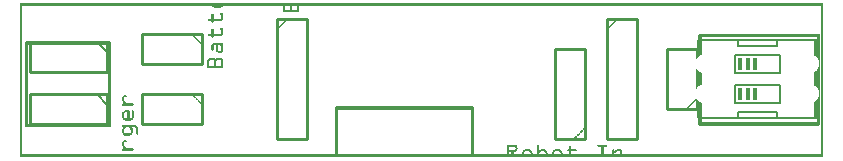
<source format=gto>
G04 MADE WITH FRITZING*
G04 WWW.FRITZING.ORG*
G04 DOUBLE SIDED*
G04 HOLES PLATED*
G04 CONTOUR ON CENTER OF CONTOUR VECTOR*
%ASAXBY*%
%FSLAX23Y23*%
%MOIN*%
%OFA0B0*%
%SFA1.0B1.0*%
%ADD10R,0.015000X0.040000*%
%ADD11C,0.010000*%
%ADD12C,0.008000*%
%ADD13C,0.005000*%
%ADD14R,0.001000X0.001000*%
%LNSILK1*%
G90*
G70*
G54D10*
X2450Y209D03*
X2425Y209D03*
X2400Y209D03*
X2450Y309D03*
X2425Y309D03*
X2400Y309D03*
G54D11*
X2257Y359D02*
X2157Y359D01*
D02*
X2157Y359D02*
X2157Y159D01*
D02*
X2157Y159D02*
X2257Y159D01*
G54D12*
D02*
X2652Y389D02*
X2522Y389D01*
D02*
X2392Y389D02*
X2392Y369D01*
D02*
X2392Y369D02*
X2522Y369D01*
D02*
X2522Y369D02*
X2522Y389D01*
D02*
X2392Y389D02*
X2262Y389D01*
D02*
X2522Y389D02*
X2392Y389D01*
D02*
X2262Y129D02*
X2392Y129D01*
D02*
X2522Y129D02*
X2522Y149D01*
D02*
X2522Y149D02*
X2392Y149D01*
D02*
X2392Y149D02*
X2392Y129D01*
D02*
X2522Y129D02*
X2652Y129D01*
D02*
X2392Y129D02*
X2522Y129D01*
D02*
X2532Y239D02*
X2382Y239D01*
D02*
X2532Y239D02*
X2532Y179D01*
D02*
X2382Y179D02*
X2532Y179D01*
D02*
X2382Y179D02*
X2382Y239D01*
D02*
X2532Y339D02*
X2382Y339D01*
D02*
X2532Y339D02*
X2532Y279D01*
D02*
X2382Y279D02*
X2532Y279D01*
D02*
X2382Y279D02*
X2382Y339D01*
G54D11*
D02*
X857Y459D02*
X857Y59D01*
D02*
X857Y59D02*
X957Y59D01*
D02*
X957Y59D02*
X957Y459D01*
D02*
X957Y459D02*
X857Y459D01*
D02*
X1957Y459D02*
X1957Y59D01*
D02*
X1957Y59D02*
X2057Y59D01*
D02*
X2057Y59D02*
X2057Y459D01*
D02*
X2057Y459D02*
X1957Y459D01*
D02*
X1882Y59D02*
X1882Y359D01*
D02*
X1882Y359D02*
X1782Y359D01*
D02*
X1782Y359D02*
X1782Y59D01*
D02*
X1782Y59D02*
X1882Y59D01*
D02*
X290Y384D02*
X32Y384D01*
D02*
X32Y384D02*
X32Y284D01*
D02*
X32Y284D02*
X290Y284D01*
D02*
X290Y284D02*
X290Y384D01*
G54D13*
D02*
X255Y384D02*
X290Y349D01*
G54D11*
D02*
X290Y209D02*
X32Y209D01*
D02*
X32Y209D02*
X32Y109D01*
D02*
X32Y109D02*
X290Y109D01*
D02*
X290Y109D02*
X290Y209D01*
G54D13*
D02*
X255Y209D02*
X290Y174D01*
G54D11*
D02*
X607Y209D02*
X407Y209D01*
D02*
X407Y209D02*
X407Y109D01*
D02*
X407Y109D02*
X607Y109D01*
D02*
X607Y109D02*
X607Y209D01*
D02*
X607Y409D02*
X407Y409D01*
D02*
X407Y409D02*
X407Y309D01*
D02*
X407Y309D02*
X607Y309D01*
D02*
X607Y309D02*
X607Y409D01*
G36*
X2260Y116D02*
X2260Y113D01*
X2667Y113D01*
X2667Y116D01*
X2260Y116D01*
G37*
D02*
G36*
X2260Y116D02*
X2260Y113D01*
X2667Y113D01*
X2667Y116D01*
X2260Y116D01*
G37*
D02*
G36*
X2260Y113D02*
X2260Y106D01*
X2264Y106D01*
X2264Y103D01*
X2664Y103D01*
X2664Y106D01*
X2667Y106D01*
X2667Y113D01*
X2260Y113D01*
G37*
D02*
G36*
X20Y386D02*
X20Y383D01*
X17Y383D01*
X17Y373D01*
X294Y373D01*
X294Y110D01*
X304Y110D01*
X304Y383D01*
X300Y383D01*
X300Y386D01*
X20Y386D01*
G37*
D02*
G36*
X17Y373D02*
X17Y110D01*
X27Y110D01*
X27Y373D01*
X17Y373D01*
G37*
D02*
G36*
X17Y110D02*
X17Y106D01*
X304Y106D01*
X304Y110D01*
X17Y110D01*
G37*
D02*
G36*
X17Y110D02*
X17Y106D01*
X304Y106D01*
X304Y110D01*
X17Y110D01*
G37*
D02*
G36*
X17Y106D02*
X17Y100D01*
X304Y100D01*
X304Y106D01*
X17Y106D01*
G37*
D02*
G54D14*
X0Y512D02*
X2676Y512D01*
X0Y511D02*
X2676Y511D01*
X0Y510D02*
X2676Y510D01*
X0Y509D02*
X2676Y509D01*
X0Y508D02*
X2676Y508D01*
X0Y507D02*
X2676Y507D01*
X0Y506D02*
X2676Y506D01*
X0Y505D02*
X2676Y505D01*
X0Y504D02*
X7Y504D01*
X640Y504D02*
X648Y504D01*
X656Y504D02*
X662Y504D01*
X667Y504D02*
X675Y504D01*
X877Y504D02*
X883Y504D01*
X900Y504D02*
X906Y504D01*
X924Y504D02*
X930Y504D01*
X2669Y504D02*
X2676Y504D01*
X0Y503D02*
X7Y503D01*
X641Y503D02*
X674Y503D01*
X877Y503D02*
X883Y503D01*
X900Y503D02*
X906Y503D01*
X924Y503D02*
X930Y503D01*
X2669Y503D02*
X2676Y503D01*
X0Y502D02*
X7Y502D01*
X641Y502D02*
X674Y502D01*
X877Y502D02*
X883Y502D01*
X900Y502D02*
X906Y502D01*
X924Y502D02*
X930Y502D01*
X2669Y502D02*
X2676Y502D01*
X0Y501D02*
X7Y501D01*
X642Y501D02*
X673Y501D01*
X877Y501D02*
X883Y501D01*
X900Y501D02*
X906Y501D01*
X924Y501D02*
X930Y501D01*
X2669Y501D02*
X2676Y501D01*
X0Y500D02*
X7Y500D01*
X643Y500D02*
X672Y500D01*
X877Y500D02*
X883Y500D01*
X900Y500D02*
X906Y500D01*
X924Y500D02*
X930Y500D01*
X2669Y500D02*
X2676Y500D01*
X0Y499D02*
X7Y499D01*
X644Y499D02*
X671Y499D01*
X877Y499D02*
X883Y499D01*
X900Y499D02*
X906Y499D01*
X924Y499D02*
X930Y499D01*
X2669Y499D02*
X2676Y499D01*
X0Y498D02*
X7Y498D01*
X646Y498D02*
X669Y498D01*
X877Y498D02*
X883Y498D01*
X900Y498D02*
X906Y498D01*
X924Y498D02*
X930Y498D01*
X2669Y498D02*
X2676Y498D01*
X0Y497D02*
X7Y497D01*
X648Y497D02*
X667Y497D01*
X877Y497D02*
X883Y497D01*
X900Y497D02*
X906Y497D01*
X924Y497D02*
X930Y497D01*
X2669Y497D02*
X2676Y497D01*
X0Y496D02*
X7Y496D01*
X877Y496D02*
X883Y496D01*
X900Y496D02*
X906Y496D01*
X924Y496D02*
X930Y496D01*
X2669Y496D02*
X2676Y496D01*
X0Y495D02*
X7Y495D01*
X877Y495D02*
X883Y495D01*
X900Y495D02*
X906Y495D01*
X924Y495D02*
X930Y495D01*
X2669Y495D02*
X2676Y495D01*
X0Y494D02*
X7Y494D01*
X877Y494D02*
X883Y494D01*
X900Y494D02*
X906Y494D01*
X924Y494D02*
X930Y494D01*
X2669Y494D02*
X2676Y494D01*
X0Y493D02*
X7Y493D01*
X877Y493D02*
X883Y493D01*
X900Y493D02*
X906Y493D01*
X924Y493D02*
X930Y493D01*
X2669Y493D02*
X2676Y493D01*
X0Y492D02*
X7Y492D01*
X877Y492D02*
X883Y492D01*
X900Y492D02*
X906Y492D01*
X924Y492D02*
X930Y492D01*
X2669Y492D02*
X2676Y492D01*
X0Y491D02*
X7Y491D01*
X877Y491D02*
X883Y491D01*
X900Y491D02*
X907Y491D01*
X924Y491D02*
X930Y491D01*
X2669Y491D02*
X2676Y491D01*
X0Y490D02*
X7Y490D01*
X877Y490D02*
X930Y490D01*
X2669Y490D02*
X2676Y490D01*
X0Y489D02*
X7Y489D01*
X877Y489D02*
X930Y489D01*
X2669Y489D02*
X2676Y489D01*
X0Y488D02*
X7Y488D01*
X877Y488D02*
X930Y488D01*
X2669Y488D02*
X2676Y488D01*
X0Y487D02*
X7Y487D01*
X877Y487D02*
X930Y487D01*
X2669Y487D02*
X2676Y487D01*
X0Y486D02*
X7Y486D01*
X877Y486D02*
X930Y486D01*
X2669Y486D02*
X2676Y486D01*
X0Y485D02*
X7Y485D01*
X877Y485D02*
X930Y485D01*
X2669Y485D02*
X2676Y485D01*
X0Y484D02*
X7Y484D01*
X877Y484D02*
X930Y484D01*
X2669Y484D02*
X2676Y484D01*
X0Y483D02*
X7Y483D01*
X2669Y483D02*
X2676Y483D01*
X0Y482D02*
X7Y482D01*
X2669Y482D02*
X2676Y482D01*
X0Y481D02*
X7Y481D01*
X667Y481D02*
X668Y481D01*
X2669Y481D02*
X2676Y481D01*
X0Y480D02*
X7Y480D01*
X666Y480D02*
X671Y480D01*
X2669Y480D02*
X2676Y480D01*
X0Y479D02*
X7Y479D01*
X665Y479D02*
X673Y479D01*
X2669Y479D02*
X2676Y479D01*
X0Y478D02*
X7Y478D01*
X665Y478D02*
X674Y478D01*
X2669Y478D02*
X2676Y478D01*
X0Y477D02*
X7Y477D01*
X640Y477D02*
X643Y477D01*
X665Y477D02*
X674Y477D01*
X2669Y477D02*
X2676Y477D01*
X0Y476D02*
X7Y476D01*
X639Y476D02*
X644Y476D01*
X665Y476D02*
X675Y476D01*
X2669Y476D02*
X2676Y476D01*
X0Y475D02*
X7Y475D01*
X638Y475D02*
X644Y475D01*
X666Y475D02*
X676Y475D01*
X2669Y475D02*
X2676Y475D01*
X0Y474D02*
X7Y474D01*
X638Y474D02*
X644Y474D01*
X668Y474D02*
X676Y474D01*
X2669Y474D02*
X2676Y474D01*
X0Y473D02*
X7Y473D01*
X638Y473D02*
X644Y473D01*
X670Y473D02*
X676Y473D01*
X2669Y473D02*
X2676Y473D01*
X0Y472D02*
X7Y472D01*
X638Y472D02*
X644Y472D01*
X670Y472D02*
X677Y472D01*
X2669Y472D02*
X2676Y472D01*
X0Y471D02*
X7Y471D01*
X638Y471D02*
X644Y471D01*
X671Y471D02*
X677Y471D01*
X2669Y471D02*
X2676Y471D01*
X0Y470D02*
X7Y470D01*
X638Y470D02*
X644Y470D01*
X671Y470D02*
X677Y470D01*
X2669Y470D02*
X2676Y470D01*
X0Y469D02*
X7Y469D01*
X638Y469D02*
X644Y469D01*
X671Y469D02*
X677Y469D01*
X2669Y469D02*
X2676Y469D01*
X0Y468D02*
X7Y468D01*
X638Y468D02*
X644Y468D01*
X671Y468D02*
X677Y468D01*
X2669Y468D02*
X2676Y468D01*
X0Y467D02*
X7Y467D01*
X638Y467D02*
X644Y467D01*
X671Y467D02*
X677Y467D01*
X2669Y467D02*
X2676Y467D01*
X0Y466D02*
X7Y466D01*
X638Y466D02*
X644Y466D01*
X671Y466D02*
X677Y466D01*
X2669Y466D02*
X2676Y466D01*
X0Y465D02*
X7Y465D01*
X638Y465D02*
X644Y465D01*
X671Y465D02*
X677Y465D01*
X2669Y465D02*
X2676Y465D01*
X0Y464D02*
X7Y464D01*
X638Y464D02*
X644Y464D01*
X671Y464D02*
X677Y464D01*
X2669Y464D02*
X2676Y464D01*
X0Y463D02*
X7Y463D01*
X638Y463D02*
X644Y463D01*
X671Y463D02*
X677Y463D01*
X2669Y463D02*
X2676Y463D01*
X0Y462D02*
X7Y462D01*
X638Y462D02*
X644Y462D01*
X670Y462D02*
X677Y462D01*
X2669Y462D02*
X2676Y462D01*
X0Y461D02*
X7Y461D01*
X638Y461D02*
X644Y461D01*
X669Y461D02*
X676Y461D01*
X890Y461D02*
X890Y461D01*
X1990Y461D02*
X1990Y461D01*
X2669Y461D02*
X2676Y461D01*
X0Y460D02*
X7Y460D01*
X628Y460D02*
X676Y460D01*
X889Y460D02*
X891Y460D01*
X1989Y460D02*
X1991Y460D01*
X2669Y460D02*
X2676Y460D01*
X0Y459D02*
X7Y459D01*
X627Y459D02*
X675Y459D01*
X888Y459D02*
X892Y459D01*
X1988Y459D02*
X1992Y459D01*
X2669Y459D02*
X2676Y459D01*
X0Y458D02*
X7Y458D01*
X627Y458D02*
X675Y458D01*
X887Y458D02*
X893Y458D01*
X1987Y458D02*
X1993Y458D01*
X2669Y458D02*
X2676Y458D01*
X0Y457D02*
X7Y457D01*
X626Y457D02*
X674Y457D01*
X886Y457D02*
X892Y457D01*
X1986Y457D02*
X1992Y457D01*
X2669Y457D02*
X2676Y457D01*
X0Y456D02*
X7Y456D01*
X627Y456D02*
X673Y456D01*
X885Y456D02*
X891Y456D01*
X1985Y456D02*
X1991Y456D01*
X2669Y456D02*
X2676Y456D01*
X0Y455D02*
X7Y455D01*
X627Y455D02*
X672Y455D01*
X884Y455D02*
X890Y455D01*
X1984Y455D02*
X1990Y455D01*
X2669Y455D02*
X2676Y455D01*
X0Y454D02*
X7Y454D01*
X628Y454D02*
X669Y454D01*
X883Y454D02*
X889Y454D01*
X1983Y454D02*
X1989Y454D01*
X2669Y454D02*
X2676Y454D01*
X0Y453D02*
X7Y453D01*
X638Y453D02*
X644Y453D01*
X882Y453D02*
X888Y453D01*
X1982Y453D02*
X1988Y453D01*
X2669Y453D02*
X2676Y453D01*
X0Y452D02*
X7Y452D01*
X638Y452D02*
X644Y452D01*
X881Y452D02*
X887Y452D01*
X1981Y452D02*
X1987Y452D01*
X2669Y452D02*
X2676Y452D01*
X0Y451D02*
X7Y451D01*
X638Y451D02*
X644Y451D01*
X880Y451D02*
X886Y451D01*
X1980Y451D02*
X1986Y451D01*
X2669Y451D02*
X2676Y451D01*
X0Y450D02*
X7Y450D01*
X638Y450D02*
X644Y450D01*
X879Y450D02*
X885Y450D01*
X1979Y450D02*
X1985Y450D01*
X2669Y450D02*
X2676Y450D01*
X0Y449D02*
X7Y449D01*
X638Y449D02*
X644Y449D01*
X878Y449D02*
X884Y449D01*
X1978Y449D02*
X1984Y449D01*
X2669Y449D02*
X2676Y449D01*
X0Y448D02*
X7Y448D01*
X639Y448D02*
X643Y448D01*
X877Y448D02*
X883Y448D01*
X1977Y448D02*
X1983Y448D01*
X2669Y448D02*
X2676Y448D01*
X0Y447D02*
X7Y447D01*
X640Y447D02*
X642Y447D01*
X876Y447D02*
X882Y447D01*
X1976Y447D02*
X1982Y447D01*
X2669Y447D02*
X2676Y447D01*
X0Y446D02*
X7Y446D01*
X875Y446D02*
X881Y446D01*
X1975Y446D02*
X1981Y446D01*
X2669Y446D02*
X2676Y446D01*
X0Y445D02*
X7Y445D01*
X874Y445D02*
X880Y445D01*
X1974Y445D02*
X1979Y445D01*
X2669Y445D02*
X2676Y445D01*
X0Y444D02*
X7Y444D01*
X873Y444D02*
X878Y444D01*
X1973Y444D02*
X1978Y444D01*
X2669Y444D02*
X2676Y444D01*
X0Y443D02*
X7Y443D01*
X872Y443D02*
X877Y443D01*
X1972Y443D02*
X1977Y443D01*
X2669Y443D02*
X2676Y443D01*
X0Y442D02*
X7Y442D01*
X871Y442D02*
X876Y442D01*
X1971Y442D02*
X1976Y442D01*
X2669Y442D02*
X2676Y442D01*
X0Y441D02*
X7Y441D01*
X870Y441D02*
X875Y441D01*
X1970Y441D02*
X1975Y441D01*
X2669Y441D02*
X2676Y441D01*
X0Y440D02*
X7Y440D01*
X869Y440D02*
X874Y440D01*
X1968Y440D02*
X1974Y440D01*
X2669Y440D02*
X2676Y440D01*
X0Y439D02*
X7Y439D01*
X868Y439D02*
X873Y439D01*
X1967Y439D02*
X1973Y439D01*
X2669Y439D02*
X2676Y439D01*
X0Y438D02*
X7Y438D01*
X867Y438D02*
X872Y438D01*
X1966Y438D02*
X1972Y438D01*
X2669Y438D02*
X2676Y438D01*
X0Y437D02*
X7Y437D01*
X866Y437D02*
X872Y437D01*
X1965Y437D02*
X1971Y437D01*
X2669Y437D02*
X2676Y437D01*
X0Y436D02*
X7Y436D01*
X865Y436D02*
X871Y436D01*
X1964Y436D02*
X1971Y436D01*
X2669Y436D02*
X2676Y436D01*
X0Y435D02*
X7Y435D01*
X864Y435D02*
X870Y435D01*
X1963Y435D02*
X1970Y435D01*
X2669Y435D02*
X2676Y435D01*
X0Y434D02*
X7Y434D01*
X863Y434D02*
X869Y434D01*
X1962Y434D02*
X1969Y434D01*
X2669Y434D02*
X2676Y434D01*
X0Y433D02*
X7Y433D01*
X862Y433D02*
X868Y433D01*
X1961Y433D02*
X1968Y433D01*
X2669Y433D02*
X2676Y433D01*
X0Y432D02*
X7Y432D01*
X861Y432D02*
X867Y432D01*
X1960Y432D02*
X1967Y432D01*
X2669Y432D02*
X2676Y432D01*
X0Y431D02*
X7Y431D01*
X667Y431D02*
X669Y431D01*
X860Y431D02*
X866Y431D01*
X1959Y431D02*
X1966Y431D01*
X2669Y431D02*
X2676Y431D01*
X0Y430D02*
X7Y430D01*
X666Y430D02*
X671Y430D01*
X859Y430D02*
X865Y430D01*
X1958Y430D02*
X1965Y430D01*
X2669Y430D02*
X2676Y430D01*
X0Y429D02*
X7Y429D01*
X665Y429D02*
X673Y429D01*
X858Y429D02*
X864Y429D01*
X1957Y429D02*
X1964Y429D01*
X2669Y429D02*
X2676Y429D01*
X0Y428D02*
X7Y428D01*
X665Y428D02*
X674Y428D01*
X857Y428D02*
X863Y428D01*
X1956Y428D02*
X1963Y428D01*
X2669Y428D02*
X2676Y428D01*
X0Y427D02*
X7Y427D01*
X640Y427D02*
X643Y427D01*
X665Y427D02*
X675Y427D01*
X856Y427D02*
X862Y427D01*
X1956Y427D02*
X1962Y427D01*
X2669Y427D02*
X2676Y427D01*
X0Y426D02*
X7Y426D01*
X639Y426D02*
X644Y426D01*
X665Y426D02*
X675Y426D01*
X856Y426D02*
X861Y426D01*
X1956Y426D02*
X1961Y426D01*
X2669Y426D02*
X2676Y426D01*
X0Y425D02*
X7Y425D01*
X638Y425D02*
X644Y425D01*
X666Y425D02*
X676Y425D01*
X857Y425D02*
X860Y425D01*
X1957Y425D02*
X1960Y425D01*
X2669Y425D02*
X2676Y425D01*
X0Y424D02*
X7Y424D01*
X638Y424D02*
X644Y424D01*
X668Y424D02*
X676Y424D01*
X858Y424D02*
X859Y424D01*
X1958Y424D02*
X1959Y424D01*
X2669Y424D02*
X2676Y424D01*
X0Y423D02*
X7Y423D01*
X638Y423D02*
X644Y423D01*
X670Y423D02*
X676Y423D01*
X2669Y423D02*
X2676Y423D01*
X0Y422D02*
X7Y422D01*
X638Y422D02*
X644Y422D01*
X670Y422D02*
X677Y422D01*
X2669Y422D02*
X2676Y422D01*
X0Y421D02*
X7Y421D01*
X638Y421D02*
X644Y421D01*
X671Y421D02*
X677Y421D01*
X2669Y421D02*
X2676Y421D01*
X0Y420D02*
X7Y420D01*
X638Y420D02*
X644Y420D01*
X671Y420D02*
X677Y420D01*
X2669Y420D02*
X2676Y420D01*
X0Y419D02*
X7Y419D01*
X638Y419D02*
X644Y419D01*
X671Y419D02*
X677Y419D01*
X2669Y419D02*
X2676Y419D01*
X0Y418D02*
X7Y418D01*
X638Y418D02*
X644Y418D01*
X671Y418D02*
X677Y418D01*
X2669Y418D02*
X2676Y418D01*
X0Y417D02*
X7Y417D01*
X638Y417D02*
X644Y417D01*
X671Y417D02*
X677Y417D01*
X2669Y417D02*
X2676Y417D01*
X0Y416D02*
X7Y416D01*
X638Y416D02*
X644Y416D01*
X671Y416D02*
X677Y416D01*
X2669Y416D02*
X2676Y416D01*
X0Y415D02*
X7Y415D01*
X638Y415D02*
X644Y415D01*
X671Y415D02*
X677Y415D01*
X2669Y415D02*
X2676Y415D01*
X0Y414D02*
X7Y414D01*
X638Y414D02*
X644Y414D01*
X671Y414D02*
X677Y414D01*
X2669Y414D02*
X2676Y414D01*
X0Y413D02*
X7Y413D01*
X638Y413D02*
X644Y413D01*
X671Y413D02*
X677Y413D01*
X2669Y413D02*
X2676Y413D01*
X0Y412D02*
X7Y412D01*
X638Y412D02*
X644Y412D01*
X670Y412D02*
X677Y412D01*
X2669Y412D02*
X2676Y412D01*
X0Y411D02*
X7Y411D01*
X573Y411D02*
X574Y411D01*
X638Y411D02*
X644Y411D01*
X669Y411D02*
X676Y411D01*
X2669Y411D02*
X2676Y411D01*
X0Y410D02*
X7Y410D01*
X572Y410D02*
X575Y410D01*
X628Y410D02*
X676Y410D01*
X2264Y410D02*
X2666Y410D01*
X2669Y410D02*
X2676Y410D01*
X0Y409D02*
X7Y409D01*
X571Y409D02*
X576Y409D01*
X627Y409D02*
X675Y409D01*
X2263Y409D02*
X2666Y409D01*
X2669Y409D02*
X2676Y409D01*
X0Y408D02*
X7Y408D01*
X571Y408D02*
X577Y408D01*
X627Y408D02*
X675Y408D01*
X2263Y408D02*
X2666Y408D01*
X2669Y408D02*
X2676Y408D01*
X0Y407D02*
X7Y407D01*
X572Y407D02*
X578Y407D01*
X626Y407D02*
X674Y407D01*
X2260Y407D02*
X2666Y407D01*
X2669Y407D02*
X2676Y407D01*
X0Y406D02*
X7Y406D01*
X573Y406D02*
X579Y406D01*
X627Y406D02*
X673Y406D01*
X2260Y406D02*
X2666Y406D01*
X2669Y406D02*
X2676Y406D01*
X0Y405D02*
X7Y405D01*
X574Y405D02*
X580Y405D01*
X627Y405D02*
X671Y405D01*
X2260Y405D02*
X2666Y405D01*
X2669Y405D02*
X2676Y405D01*
X0Y404D02*
X7Y404D01*
X575Y404D02*
X581Y404D01*
X628Y404D02*
X669Y404D01*
X2260Y404D02*
X2666Y404D01*
X2669Y404D02*
X2676Y404D01*
X0Y403D02*
X7Y403D01*
X576Y403D02*
X582Y403D01*
X638Y403D02*
X644Y403D01*
X2260Y403D02*
X2666Y403D01*
X2669Y403D02*
X2676Y403D01*
X0Y402D02*
X7Y402D01*
X577Y402D02*
X583Y402D01*
X638Y402D02*
X644Y402D01*
X2260Y402D02*
X2666Y402D01*
X2669Y402D02*
X2676Y402D01*
X0Y401D02*
X7Y401D01*
X578Y401D02*
X584Y401D01*
X638Y401D02*
X644Y401D01*
X2260Y401D02*
X2666Y401D01*
X2669Y401D02*
X2676Y401D01*
X0Y400D02*
X7Y400D01*
X579Y400D02*
X585Y400D01*
X638Y400D02*
X644Y400D01*
X2260Y400D02*
X2272Y400D01*
X2657Y400D02*
X2666Y400D01*
X2669Y400D02*
X2676Y400D01*
X0Y399D02*
X7Y399D01*
X580Y399D02*
X586Y399D01*
X639Y399D02*
X644Y399D01*
X2260Y399D02*
X2272Y399D01*
X2657Y399D02*
X2666Y399D01*
X2669Y399D02*
X2676Y399D01*
X0Y398D02*
X7Y398D01*
X581Y398D02*
X587Y398D01*
X639Y398D02*
X643Y398D01*
X2260Y398D02*
X2272Y398D01*
X2657Y398D02*
X2666Y398D01*
X2669Y398D02*
X2676Y398D01*
X0Y397D02*
X7Y397D01*
X582Y397D02*
X588Y397D01*
X640Y397D02*
X642Y397D01*
X2260Y397D02*
X2272Y397D01*
X2657Y397D02*
X2666Y397D01*
X2669Y397D02*
X2676Y397D01*
X0Y396D02*
X7Y396D01*
X583Y396D02*
X589Y396D01*
X2260Y396D02*
X2272Y396D01*
X2657Y396D02*
X2666Y396D01*
X2669Y396D02*
X2676Y396D01*
X0Y395D02*
X7Y395D01*
X584Y395D02*
X590Y395D01*
X2260Y395D02*
X2272Y395D01*
X2657Y395D02*
X2666Y395D01*
X2669Y395D02*
X2676Y395D01*
X0Y394D02*
X7Y394D01*
X585Y394D02*
X591Y394D01*
X2260Y394D02*
X2272Y394D01*
X2651Y394D02*
X2652Y394D01*
X2657Y394D02*
X2666Y394D01*
X2669Y394D02*
X2676Y394D01*
X0Y393D02*
X7Y393D01*
X587Y393D02*
X592Y393D01*
X2259Y393D02*
X2272Y393D01*
X2649Y393D02*
X2654Y393D01*
X2657Y393D02*
X2666Y393D01*
X2669Y393D02*
X2676Y393D01*
X0Y392D02*
X7Y392D01*
X588Y392D02*
X593Y392D01*
X2259Y392D02*
X2272Y392D01*
X2649Y392D02*
X2655Y392D01*
X2657Y392D02*
X2666Y392D01*
X2669Y392D02*
X2676Y392D01*
X0Y391D02*
X7Y391D01*
X589Y391D02*
X594Y391D01*
X2258Y391D02*
X2272Y391D01*
X2648Y391D02*
X2655Y391D01*
X2657Y391D02*
X2666Y391D01*
X2669Y391D02*
X2676Y391D01*
X0Y390D02*
X7Y390D01*
X590Y390D02*
X595Y390D01*
X2258Y390D02*
X2272Y390D01*
X2648Y390D02*
X2655Y390D01*
X2657Y390D02*
X2666Y390D01*
X2669Y390D02*
X2676Y390D01*
X0Y389D02*
X7Y389D01*
X591Y389D02*
X596Y389D01*
X2258Y389D02*
X2272Y389D01*
X2648Y389D02*
X2655Y389D01*
X2657Y389D02*
X2666Y389D01*
X2669Y389D02*
X2676Y389D01*
X0Y388D02*
X7Y388D01*
X591Y388D02*
X597Y388D01*
X2258Y388D02*
X2272Y388D01*
X2648Y388D02*
X2655Y388D01*
X2657Y388D02*
X2666Y388D01*
X2669Y388D02*
X2676Y388D01*
X0Y387D02*
X7Y387D01*
X592Y387D02*
X598Y387D01*
X2258Y387D02*
X2272Y387D01*
X2648Y387D02*
X2655Y387D01*
X2657Y387D02*
X2666Y387D01*
X2669Y387D02*
X2676Y387D01*
X0Y386D02*
X7Y386D01*
X593Y386D02*
X599Y386D01*
X2258Y386D02*
X2272Y386D01*
X2648Y386D02*
X2655Y386D01*
X2657Y386D02*
X2666Y386D01*
X2669Y386D02*
X2676Y386D01*
X0Y385D02*
X7Y385D01*
X594Y385D02*
X600Y385D01*
X2258Y385D02*
X2272Y385D01*
X2648Y385D02*
X2655Y385D01*
X2657Y385D02*
X2666Y385D01*
X2669Y385D02*
X2676Y385D01*
X0Y384D02*
X7Y384D01*
X595Y384D02*
X601Y384D01*
X2258Y384D02*
X2272Y384D01*
X2648Y384D02*
X2655Y384D01*
X2657Y384D02*
X2666Y384D01*
X2669Y384D02*
X2676Y384D01*
X0Y383D02*
X7Y383D01*
X596Y383D02*
X602Y383D01*
X2258Y383D02*
X2272Y383D01*
X2648Y383D02*
X2655Y383D01*
X2657Y383D02*
X2666Y383D01*
X2669Y383D02*
X2676Y383D01*
X0Y382D02*
X7Y382D01*
X597Y382D02*
X603Y382D01*
X2258Y382D02*
X2272Y382D01*
X2648Y382D02*
X2655Y382D01*
X2657Y382D02*
X2666Y382D01*
X2669Y382D02*
X2676Y382D01*
X0Y381D02*
X7Y381D01*
X598Y381D02*
X604Y381D01*
X665Y381D02*
X675Y381D01*
X2258Y381D02*
X2272Y381D01*
X2648Y381D02*
X2655Y381D01*
X2657Y381D02*
X2666Y381D01*
X2669Y381D02*
X2676Y381D01*
X0Y380D02*
X7Y380D01*
X599Y380D02*
X605Y380D01*
X646Y380D02*
X676Y380D01*
X2258Y380D02*
X2272Y380D01*
X2648Y380D02*
X2655Y380D01*
X2657Y380D02*
X2666Y380D01*
X2669Y380D02*
X2676Y380D01*
X0Y379D02*
X7Y379D01*
X600Y379D02*
X606Y379D01*
X643Y379D02*
X676Y379D01*
X2258Y379D02*
X2272Y379D01*
X2648Y379D02*
X2655Y379D01*
X2657Y379D02*
X2666Y379D01*
X2669Y379D02*
X2676Y379D01*
X0Y378D02*
X7Y378D01*
X601Y378D02*
X607Y378D01*
X642Y378D02*
X677Y378D01*
X2258Y378D02*
X2272Y378D01*
X2648Y378D02*
X2655Y378D01*
X2657Y378D02*
X2666Y378D01*
X2669Y378D02*
X2676Y378D01*
X0Y377D02*
X7Y377D01*
X602Y377D02*
X608Y377D01*
X641Y377D02*
X677Y377D01*
X2258Y377D02*
X2272Y377D01*
X2648Y377D02*
X2655Y377D01*
X2657Y377D02*
X2666Y377D01*
X2669Y377D02*
X2676Y377D01*
X0Y376D02*
X7Y376D01*
X603Y376D02*
X607Y376D01*
X640Y376D02*
X676Y376D01*
X2258Y376D02*
X2272Y376D01*
X2648Y376D02*
X2655Y376D01*
X2657Y376D02*
X2666Y376D01*
X2669Y376D02*
X2676Y376D01*
X0Y375D02*
X7Y375D01*
X604Y375D02*
X606Y375D01*
X640Y375D02*
X675Y375D01*
X2258Y375D02*
X2272Y375D01*
X2648Y375D02*
X2655Y375D01*
X2657Y375D02*
X2666Y375D01*
X2669Y375D02*
X2676Y375D01*
X0Y374D02*
X7Y374D01*
X605Y374D02*
X605Y374D01*
X639Y374D02*
X674Y374D01*
X2258Y374D02*
X2272Y374D01*
X2648Y374D02*
X2655Y374D01*
X2657Y374D02*
X2666Y374D01*
X2669Y374D02*
X2676Y374D01*
X0Y373D02*
X7Y373D01*
X639Y373D02*
X646Y373D01*
X653Y373D02*
X660Y373D01*
X667Y373D02*
X674Y373D01*
X2258Y373D02*
X2272Y373D01*
X2648Y373D02*
X2655Y373D01*
X2657Y373D02*
X2666Y373D01*
X2669Y373D02*
X2676Y373D01*
X0Y372D02*
X7Y372D01*
X638Y372D02*
X645Y372D01*
X653Y372D02*
X659Y372D01*
X667Y372D02*
X675Y372D01*
X2258Y372D02*
X2272Y372D01*
X2648Y372D02*
X2655Y372D01*
X2657Y372D02*
X2666Y372D01*
X2669Y372D02*
X2676Y372D01*
X0Y371D02*
X7Y371D01*
X638Y371D02*
X644Y371D01*
X653Y371D02*
X659Y371D01*
X668Y371D02*
X675Y371D01*
X2258Y371D02*
X2272Y371D01*
X2648Y371D02*
X2655Y371D01*
X2657Y371D02*
X2666Y371D01*
X2669Y371D02*
X2676Y371D01*
X0Y370D02*
X7Y370D01*
X638Y370D02*
X644Y370D01*
X653Y370D02*
X659Y370D01*
X669Y370D02*
X676Y370D01*
X2258Y370D02*
X2272Y370D01*
X2648Y370D02*
X2655Y370D01*
X2657Y370D02*
X2666Y370D01*
X2669Y370D02*
X2676Y370D01*
X0Y369D02*
X7Y369D01*
X638Y369D02*
X644Y369D01*
X653Y369D02*
X659Y369D01*
X669Y369D02*
X676Y369D01*
X2258Y369D02*
X2272Y369D01*
X2648Y369D02*
X2655Y369D01*
X2657Y369D02*
X2666Y369D01*
X2669Y369D02*
X2676Y369D01*
X0Y368D02*
X7Y368D01*
X638Y368D02*
X644Y368D01*
X653Y368D02*
X659Y368D01*
X670Y368D02*
X677Y368D01*
X2258Y368D02*
X2272Y368D01*
X2648Y368D02*
X2655Y368D01*
X2657Y368D02*
X2666Y368D01*
X2669Y368D02*
X2676Y368D01*
X0Y367D02*
X7Y367D01*
X638Y367D02*
X644Y367D01*
X653Y367D02*
X659Y367D01*
X670Y367D02*
X677Y367D01*
X2258Y367D02*
X2272Y367D01*
X2648Y367D02*
X2655Y367D01*
X2657Y367D02*
X2666Y367D01*
X2669Y367D02*
X2676Y367D01*
X0Y366D02*
X7Y366D01*
X638Y366D02*
X644Y366D01*
X653Y366D02*
X659Y366D01*
X671Y366D02*
X677Y366D01*
X2258Y366D02*
X2272Y366D01*
X2648Y366D02*
X2655Y366D01*
X2657Y366D02*
X2666Y366D01*
X2669Y366D02*
X2676Y366D01*
X0Y365D02*
X7Y365D01*
X638Y365D02*
X644Y365D01*
X653Y365D02*
X659Y365D01*
X671Y365D02*
X677Y365D01*
X2258Y365D02*
X2272Y365D01*
X2648Y365D02*
X2655Y365D01*
X2657Y365D02*
X2666Y365D01*
X2669Y365D02*
X2676Y365D01*
X0Y364D02*
X7Y364D01*
X638Y364D02*
X644Y364D01*
X653Y364D02*
X659Y364D01*
X671Y364D02*
X677Y364D01*
X2258Y364D02*
X2272Y364D01*
X2648Y364D02*
X2655Y364D01*
X2657Y364D02*
X2666Y364D01*
X2669Y364D02*
X2676Y364D01*
X0Y363D02*
X7Y363D01*
X638Y363D02*
X644Y363D01*
X653Y363D02*
X659Y363D01*
X671Y363D02*
X677Y363D01*
X2258Y363D02*
X2272Y363D01*
X2648Y363D02*
X2655Y363D01*
X2657Y363D02*
X2666Y363D01*
X2669Y363D02*
X2676Y363D01*
X0Y362D02*
X7Y362D01*
X638Y362D02*
X644Y362D01*
X653Y362D02*
X659Y362D01*
X671Y362D02*
X677Y362D01*
X2258Y362D02*
X2272Y362D01*
X2648Y362D02*
X2655Y362D01*
X2657Y362D02*
X2666Y362D01*
X2669Y362D02*
X2676Y362D01*
X0Y361D02*
X7Y361D01*
X638Y361D02*
X644Y361D01*
X653Y361D02*
X659Y361D01*
X671Y361D02*
X677Y361D01*
X2258Y361D02*
X2272Y361D01*
X2648Y361D02*
X2655Y361D01*
X2657Y361D02*
X2666Y361D01*
X2669Y361D02*
X2676Y361D01*
X0Y360D02*
X7Y360D01*
X638Y360D02*
X644Y360D01*
X653Y360D02*
X659Y360D01*
X671Y360D02*
X677Y360D01*
X2252Y360D02*
X2272Y360D01*
X2648Y360D02*
X2655Y360D01*
X2657Y360D02*
X2666Y360D01*
X2669Y360D02*
X2676Y360D01*
X0Y359D02*
X7Y359D01*
X638Y359D02*
X644Y359D01*
X653Y359D02*
X659Y359D01*
X671Y359D02*
X677Y359D01*
X2252Y359D02*
X2272Y359D01*
X2648Y359D02*
X2655Y359D01*
X2657Y359D02*
X2666Y359D01*
X2669Y359D02*
X2676Y359D01*
X0Y358D02*
X7Y358D01*
X638Y358D02*
X644Y358D01*
X653Y358D02*
X659Y358D01*
X671Y358D02*
X677Y358D01*
X2252Y358D02*
X2272Y358D01*
X2648Y358D02*
X2655Y358D01*
X2657Y358D02*
X2666Y358D01*
X2669Y358D02*
X2676Y358D01*
X0Y357D02*
X7Y357D01*
X638Y357D02*
X644Y357D01*
X653Y357D02*
X659Y357D01*
X671Y357D02*
X677Y357D01*
X2252Y357D02*
X2272Y357D01*
X2648Y357D02*
X2655Y357D01*
X2657Y357D02*
X2666Y357D01*
X2669Y357D02*
X2676Y357D01*
X0Y356D02*
X7Y356D01*
X638Y356D02*
X644Y356D01*
X653Y356D02*
X659Y356D01*
X670Y356D02*
X677Y356D01*
X2252Y356D02*
X2272Y356D01*
X2648Y356D02*
X2655Y356D01*
X2657Y356D02*
X2666Y356D01*
X2669Y356D02*
X2676Y356D01*
X0Y355D02*
X7Y355D01*
X639Y355D02*
X643Y355D01*
X653Y355D02*
X660Y355D01*
X670Y355D02*
X676Y355D01*
X2252Y355D02*
X2272Y355D01*
X2648Y355D02*
X2655Y355D01*
X2657Y355D02*
X2666Y355D01*
X2669Y355D02*
X2676Y355D01*
X0Y354D02*
X7Y354D01*
X640Y354D02*
X642Y354D01*
X653Y354D02*
X661Y354D01*
X668Y354D02*
X676Y354D01*
X2252Y354D02*
X2272Y354D01*
X2648Y354D02*
X2655Y354D01*
X2657Y354D02*
X2666Y354D01*
X2669Y354D02*
X2676Y354D01*
X0Y353D02*
X7Y353D01*
X654Y353D02*
X676Y353D01*
X2252Y353D02*
X2272Y353D01*
X2648Y353D02*
X2655Y353D01*
X2657Y353D02*
X2666Y353D01*
X2669Y353D02*
X2676Y353D01*
X0Y352D02*
X7Y352D01*
X654Y352D02*
X675Y352D01*
X2252Y352D02*
X2272Y352D01*
X2648Y352D02*
X2655Y352D01*
X2657Y352D02*
X2666Y352D01*
X2669Y352D02*
X2676Y352D01*
X0Y351D02*
X7Y351D01*
X655Y351D02*
X675Y351D01*
X2252Y351D02*
X2272Y351D01*
X2648Y351D02*
X2655Y351D01*
X2657Y351D02*
X2666Y351D01*
X2669Y351D02*
X2676Y351D01*
X0Y350D02*
X7Y350D01*
X656Y350D02*
X674Y350D01*
X2252Y350D02*
X2272Y350D01*
X2648Y350D02*
X2655Y350D01*
X2657Y350D02*
X2666Y350D01*
X2669Y350D02*
X2676Y350D01*
X0Y349D02*
X7Y349D01*
X657Y349D02*
X673Y349D01*
X2252Y349D02*
X2272Y349D01*
X2648Y349D02*
X2655Y349D01*
X2657Y349D02*
X2666Y349D01*
X2669Y349D02*
X2676Y349D01*
X0Y348D02*
X7Y348D01*
X659Y348D02*
X671Y348D01*
X2252Y348D02*
X2272Y348D01*
X2648Y348D02*
X2655Y348D01*
X2657Y348D02*
X2666Y348D01*
X2669Y348D02*
X2676Y348D01*
X0Y347D02*
X7Y347D01*
X661Y347D02*
X668Y347D01*
X2252Y347D02*
X2272Y347D01*
X2648Y347D02*
X2655Y347D01*
X2657Y347D02*
X2666Y347D01*
X2669Y347D02*
X2676Y347D01*
X0Y346D02*
X7Y346D01*
X2252Y346D02*
X2272Y346D01*
X2648Y346D02*
X2655Y346D01*
X2657Y346D02*
X2666Y346D01*
X2669Y346D02*
X2676Y346D01*
X0Y345D02*
X7Y345D01*
X2252Y345D02*
X2272Y345D01*
X2648Y345D02*
X2655Y345D01*
X2657Y345D02*
X2666Y345D01*
X2669Y345D02*
X2676Y345D01*
X0Y344D02*
X7Y344D01*
X2252Y344D02*
X2272Y344D01*
X2648Y344D02*
X2655Y344D01*
X2657Y344D02*
X2666Y344D01*
X2669Y344D02*
X2676Y344D01*
X0Y343D02*
X7Y343D01*
X2252Y343D02*
X2272Y343D01*
X2648Y343D02*
X2655Y343D01*
X2657Y343D02*
X2666Y343D01*
X2669Y343D02*
X2676Y343D01*
X0Y342D02*
X7Y342D01*
X2252Y342D02*
X2272Y342D01*
X2648Y342D02*
X2655Y342D01*
X2657Y342D02*
X2666Y342D01*
X2669Y342D02*
X2676Y342D01*
X0Y341D02*
X7Y341D01*
X2252Y341D02*
X2272Y341D01*
X2648Y341D02*
X2655Y341D01*
X2657Y341D02*
X2666Y341D01*
X2669Y341D02*
X2676Y341D01*
X0Y340D02*
X7Y340D01*
X2252Y340D02*
X2272Y340D01*
X2648Y340D02*
X2655Y340D01*
X2657Y340D02*
X2666Y340D01*
X2669Y340D02*
X2676Y340D01*
X0Y339D02*
X7Y339D01*
X2252Y339D02*
X2269Y339D01*
X2648Y339D02*
X2655Y339D01*
X2657Y339D02*
X2666Y339D01*
X2669Y339D02*
X2676Y339D01*
X0Y338D02*
X7Y338D01*
X2252Y338D02*
X2266Y338D01*
X2648Y338D02*
X2655Y338D01*
X2657Y338D02*
X2666Y338D01*
X2669Y338D02*
X2676Y338D01*
X0Y337D02*
X7Y337D01*
X2252Y337D02*
X2265Y337D01*
X2649Y337D02*
X2655Y337D01*
X2657Y337D02*
X2666Y337D01*
X2669Y337D02*
X2676Y337D01*
X0Y336D02*
X7Y336D01*
X2252Y336D02*
X2263Y336D01*
X2650Y336D02*
X2655Y336D01*
X2657Y336D02*
X2666Y336D01*
X2669Y336D02*
X2676Y336D01*
X0Y335D02*
X7Y335D01*
X2252Y335D02*
X2262Y335D01*
X2652Y335D02*
X2655Y335D01*
X2657Y335D02*
X2666Y335D01*
X2669Y335D02*
X2676Y335D01*
X0Y334D02*
X7Y334D01*
X2252Y334D02*
X2260Y334D01*
X2653Y334D02*
X2655Y334D01*
X2657Y334D02*
X2666Y334D01*
X2669Y334D02*
X2676Y334D01*
X0Y333D02*
X7Y333D01*
X2252Y333D02*
X2259Y333D01*
X2654Y333D02*
X2655Y333D01*
X2657Y333D02*
X2666Y333D01*
X2669Y333D02*
X2676Y333D01*
X0Y332D02*
X7Y332D01*
X2252Y332D02*
X2258Y332D01*
X2655Y332D02*
X2655Y332D01*
X2657Y332D02*
X2666Y332D01*
X2669Y332D02*
X2676Y332D01*
X0Y331D02*
X7Y331D01*
X634Y331D02*
X642Y331D01*
X658Y331D02*
X666Y331D01*
X2252Y331D02*
X2257Y331D01*
X2657Y331D02*
X2666Y331D01*
X2669Y331D02*
X2676Y331D01*
X0Y330D02*
X7Y330D01*
X632Y330D02*
X645Y330D01*
X655Y330D02*
X669Y330D01*
X2252Y330D02*
X2256Y330D01*
X2657Y330D02*
X2666Y330D01*
X2669Y330D02*
X2676Y330D01*
X0Y329D02*
X7Y329D01*
X630Y329D02*
X647Y329D01*
X653Y329D02*
X670Y329D01*
X2252Y329D02*
X2256Y329D01*
X2658Y329D02*
X2666Y329D01*
X2669Y329D02*
X2676Y329D01*
X0Y328D02*
X7Y328D01*
X629Y328D02*
X648Y328D01*
X652Y328D02*
X672Y328D01*
X2252Y328D02*
X2255Y328D01*
X2659Y328D02*
X2666Y328D01*
X2669Y328D02*
X2676Y328D01*
X0Y327D02*
X7Y327D01*
X628Y327D02*
X649Y327D01*
X651Y327D02*
X673Y327D01*
X2252Y327D02*
X2254Y327D01*
X2659Y327D02*
X2666Y327D01*
X2669Y327D02*
X2676Y327D01*
X0Y326D02*
X7Y326D01*
X627Y326D02*
X674Y326D01*
X2252Y326D02*
X2254Y326D01*
X2660Y326D02*
X2666Y326D01*
X2669Y326D02*
X2676Y326D01*
X0Y325D02*
X7Y325D01*
X626Y325D02*
X674Y325D01*
X2252Y325D02*
X2253Y325D01*
X2660Y325D02*
X2666Y325D01*
X2669Y325D02*
X2676Y325D01*
X0Y324D02*
X7Y324D01*
X625Y324D02*
X634Y324D01*
X642Y324D02*
X658Y324D01*
X666Y324D02*
X675Y324D01*
X2252Y324D02*
X2252Y324D01*
X2661Y324D02*
X2666Y324D01*
X2669Y324D02*
X2676Y324D01*
X0Y323D02*
X7Y323D01*
X625Y323D02*
X632Y323D01*
X644Y323D02*
X656Y323D01*
X668Y323D02*
X675Y323D01*
X2252Y323D02*
X2252Y323D01*
X2661Y323D02*
X2666Y323D01*
X2669Y323D02*
X2676Y323D01*
X0Y322D02*
X7Y322D01*
X624Y322D02*
X631Y322D01*
X645Y322D02*
X655Y322D01*
X669Y322D02*
X676Y322D01*
X2252Y322D02*
X2252Y322D01*
X2662Y322D02*
X2666Y322D01*
X2669Y322D02*
X2676Y322D01*
X0Y321D02*
X7Y321D01*
X624Y321D02*
X631Y321D01*
X646Y321D02*
X654Y321D01*
X670Y321D02*
X676Y321D01*
X2662Y321D02*
X2666Y321D01*
X2669Y321D02*
X2676Y321D01*
X0Y320D02*
X7Y320D01*
X624Y320D02*
X630Y320D01*
X647Y320D02*
X654Y320D01*
X670Y320D02*
X676Y320D01*
X2663Y320D02*
X2666Y320D01*
X2669Y320D02*
X2676Y320D01*
X0Y319D02*
X7Y319D01*
X624Y319D02*
X630Y319D01*
X647Y319D02*
X653Y319D01*
X670Y319D02*
X677Y319D01*
X2663Y319D02*
X2666Y319D01*
X2669Y319D02*
X2676Y319D01*
X0Y318D02*
X7Y318D01*
X624Y318D02*
X630Y318D01*
X647Y318D02*
X653Y318D01*
X671Y318D02*
X677Y318D01*
X2663Y318D02*
X2666Y318D01*
X2669Y318D02*
X2676Y318D01*
X0Y317D02*
X7Y317D01*
X624Y317D02*
X630Y317D01*
X647Y317D02*
X653Y317D01*
X671Y317D02*
X677Y317D01*
X2663Y317D02*
X2666Y317D01*
X2669Y317D02*
X2676Y317D01*
X0Y316D02*
X7Y316D01*
X624Y316D02*
X630Y316D01*
X647Y316D02*
X653Y316D01*
X671Y316D02*
X677Y316D01*
X2664Y316D02*
X2666Y316D01*
X2669Y316D02*
X2676Y316D01*
X0Y315D02*
X7Y315D01*
X624Y315D02*
X630Y315D01*
X647Y315D02*
X653Y315D01*
X671Y315D02*
X677Y315D01*
X2664Y315D02*
X2666Y315D01*
X2669Y315D02*
X2676Y315D01*
X0Y314D02*
X7Y314D01*
X624Y314D02*
X630Y314D01*
X647Y314D02*
X653Y314D01*
X671Y314D02*
X677Y314D01*
X2664Y314D02*
X2666Y314D01*
X2669Y314D02*
X2676Y314D01*
X0Y313D02*
X7Y313D01*
X624Y313D02*
X630Y313D01*
X647Y313D02*
X653Y313D01*
X671Y313D02*
X677Y313D01*
X2664Y313D02*
X2666Y313D01*
X2669Y313D02*
X2676Y313D01*
X0Y312D02*
X7Y312D01*
X624Y312D02*
X630Y312D01*
X647Y312D02*
X653Y312D01*
X671Y312D02*
X677Y312D01*
X2664Y312D02*
X2666Y312D01*
X2669Y312D02*
X2676Y312D01*
X0Y311D02*
X7Y311D01*
X624Y311D02*
X630Y311D01*
X647Y311D02*
X653Y311D01*
X671Y311D02*
X677Y311D01*
X2664Y311D02*
X2666Y311D01*
X2669Y311D02*
X2676Y311D01*
X0Y310D02*
X7Y310D01*
X624Y310D02*
X630Y310D01*
X647Y310D02*
X653Y310D01*
X671Y310D02*
X677Y310D01*
X2664Y310D02*
X2666Y310D01*
X2669Y310D02*
X2676Y310D01*
X0Y309D02*
X7Y309D01*
X624Y309D02*
X630Y309D01*
X647Y309D02*
X653Y309D01*
X671Y309D02*
X677Y309D01*
X2664Y309D02*
X2666Y309D01*
X2669Y309D02*
X2676Y309D01*
X0Y308D02*
X7Y308D01*
X624Y308D02*
X630Y308D01*
X647Y308D02*
X653Y308D01*
X671Y308D02*
X677Y308D01*
X2664Y308D02*
X2666Y308D01*
X2669Y308D02*
X2676Y308D01*
X0Y307D02*
X7Y307D01*
X624Y307D02*
X630Y307D01*
X647Y307D02*
X653Y307D01*
X671Y307D02*
X677Y307D01*
X2664Y307D02*
X2666Y307D01*
X2669Y307D02*
X2676Y307D01*
X0Y306D02*
X7Y306D01*
X624Y306D02*
X630Y306D01*
X647Y306D02*
X653Y306D01*
X671Y306D02*
X677Y306D01*
X2664Y306D02*
X2666Y306D01*
X2669Y306D02*
X2676Y306D01*
X0Y305D02*
X7Y305D01*
X624Y305D02*
X630Y305D01*
X647Y305D02*
X653Y305D01*
X671Y305D02*
X677Y305D01*
X2664Y305D02*
X2666Y305D01*
X2669Y305D02*
X2676Y305D01*
X0Y304D02*
X7Y304D01*
X624Y304D02*
X630Y304D01*
X647Y304D02*
X653Y304D01*
X670Y304D02*
X677Y304D01*
X2663Y304D02*
X2666Y304D01*
X2669Y304D02*
X2676Y304D01*
X0Y303D02*
X7Y303D01*
X624Y303D02*
X677Y303D01*
X2663Y303D02*
X2666Y303D01*
X2669Y303D02*
X2676Y303D01*
X0Y302D02*
X7Y302D01*
X624Y302D02*
X677Y302D01*
X2663Y302D02*
X2666Y302D01*
X2669Y302D02*
X2676Y302D01*
X0Y301D02*
X7Y301D01*
X624Y301D02*
X677Y301D01*
X2663Y301D02*
X2666Y301D01*
X2669Y301D02*
X2676Y301D01*
X0Y300D02*
X7Y300D01*
X624Y300D02*
X677Y300D01*
X2662Y300D02*
X2666Y300D01*
X2669Y300D02*
X2676Y300D01*
X0Y299D02*
X7Y299D01*
X624Y299D02*
X677Y299D01*
X2662Y299D02*
X2666Y299D01*
X2669Y299D02*
X2676Y299D01*
X0Y298D02*
X7Y298D01*
X624Y298D02*
X677Y298D01*
X2252Y298D02*
X2252Y298D01*
X2661Y298D02*
X2666Y298D01*
X2669Y298D02*
X2676Y298D01*
X0Y297D02*
X7Y297D01*
X624Y297D02*
X676Y297D01*
X2252Y297D02*
X2252Y297D01*
X2661Y297D02*
X2666Y297D01*
X2669Y297D02*
X2676Y297D01*
X0Y296D02*
X7Y296D01*
X2252Y296D02*
X2253Y296D01*
X2661Y296D02*
X2666Y296D01*
X2669Y296D02*
X2676Y296D01*
X0Y295D02*
X7Y295D01*
X2252Y295D02*
X2253Y295D01*
X2660Y295D02*
X2666Y295D01*
X2669Y295D02*
X2676Y295D01*
X0Y294D02*
X7Y294D01*
X2252Y294D02*
X2254Y294D01*
X2659Y294D02*
X2666Y294D01*
X2669Y294D02*
X2676Y294D01*
X0Y293D02*
X7Y293D01*
X2252Y293D02*
X2255Y293D01*
X2659Y293D02*
X2666Y293D01*
X2669Y293D02*
X2676Y293D01*
X0Y292D02*
X7Y292D01*
X2252Y292D02*
X2255Y292D01*
X2658Y292D02*
X2666Y292D01*
X2669Y292D02*
X2676Y292D01*
X0Y291D02*
X7Y291D01*
X2252Y291D02*
X2256Y291D01*
X2657Y291D02*
X2666Y291D01*
X2669Y291D02*
X2676Y291D01*
X0Y290D02*
X7Y290D01*
X2252Y290D02*
X2257Y290D01*
X2657Y290D02*
X2666Y290D01*
X2669Y290D02*
X2676Y290D01*
X0Y289D02*
X7Y289D01*
X2252Y289D02*
X2258Y289D01*
X2657Y289D02*
X2666Y289D01*
X2669Y289D02*
X2676Y289D01*
X0Y288D02*
X7Y288D01*
X2252Y288D02*
X2259Y288D01*
X2655Y288D02*
X2655Y288D01*
X2657Y288D02*
X2666Y288D01*
X2669Y288D02*
X2676Y288D01*
X0Y287D02*
X7Y287D01*
X2252Y287D02*
X2260Y287D01*
X2653Y287D02*
X2655Y287D01*
X2657Y287D02*
X2666Y287D01*
X2669Y287D02*
X2676Y287D01*
X0Y286D02*
X7Y286D01*
X2252Y286D02*
X2261Y286D01*
X2652Y286D02*
X2655Y286D01*
X2657Y286D02*
X2666Y286D01*
X2669Y286D02*
X2676Y286D01*
X0Y285D02*
X7Y285D01*
X2252Y285D02*
X2263Y285D01*
X2651Y285D02*
X2655Y285D01*
X2657Y285D02*
X2666Y285D01*
X2669Y285D02*
X2676Y285D01*
X0Y284D02*
X7Y284D01*
X2252Y284D02*
X2264Y284D01*
X2649Y284D02*
X2655Y284D01*
X2657Y284D02*
X2666Y284D01*
X2669Y284D02*
X2676Y284D01*
X0Y283D02*
X7Y283D01*
X2252Y283D02*
X2266Y283D01*
X2648Y283D02*
X2655Y283D01*
X2657Y283D02*
X2666Y283D01*
X2669Y283D02*
X2676Y283D01*
X0Y282D02*
X7Y282D01*
X2252Y282D02*
X2268Y282D01*
X2648Y282D02*
X2655Y282D01*
X2657Y282D02*
X2666Y282D01*
X2669Y282D02*
X2676Y282D01*
X0Y281D02*
X7Y281D01*
X2252Y281D02*
X2271Y281D01*
X2648Y281D02*
X2655Y281D01*
X2657Y281D02*
X2666Y281D01*
X2669Y281D02*
X2676Y281D01*
X0Y280D02*
X7Y280D01*
X2252Y280D02*
X2272Y280D01*
X2648Y280D02*
X2655Y280D01*
X2657Y280D02*
X2666Y280D01*
X2669Y280D02*
X2676Y280D01*
X0Y279D02*
X7Y279D01*
X2252Y279D02*
X2272Y279D01*
X2648Y279D02*
X2655Y279D01*
X2657Y279D02*
X2666Y279D01*
X2669Y279D02*
X2676Y279D01*
X0Y278D02*
X7Y278D01*
X2252Y278D02*
X2272Y278D01*
X2648Y278D02*
X2655Y278D01*
X2657Y278D02*
X2666Y278D01*
X2669Y278D02*
X2676Y278D01*
X0Y277D02*
X7Y277D01*
X2252Y277D02*
X2272Y277D01*
X2648Y277D02*
X2655Y277D01*
X2657Y277D02*
X2666Y277D01*
X2669Y277D02*
X2676Y277D01*
X0Y276D02*
X7Y276D01*
X2252Y276D02*
X2272Y276D01*
X2648Y276D02*
X2655Y276D01*
X2657Y276D02*
X2666Y276D01*
X2669Y276D02*
X2676Y276D01*
X0Y275D02*
X7Y275D01*
X2252Y275D02*
X2272Y275D01*
X2648Y275D02*
X2655Y275D01*
X2657Y275D02*
X2666Y275D01*
X2669Y275D02*
X2676Y275D01*
X0Y274D02*
X7Y274D01*
X2252Y274D02*
X2272Y274D01*
X2648Y274D02*
X2655Y274D01*
X2657Y274D02*
X2666Y274D01*
X2669Y274D02*
X2676Y274D01*
X0Y273D02*
X7Y273D01*
X2252Y273D02*
X2272Y273D01*
X2648Y273D02*
X2655Y273D01*
X2657Y273D02*
X2666Y273D01*
X2669Y273D02*
X2676Y273D01*
X0Y272D02*
X7Y272D01*
X2252Y272D02*
X2272Y272D01*
X2648Y272D02*
X2655Y272D01*
X2657Y272D02*
X2666Y272D01*
X2669Y272D02*
X2676Y272D01*
X0Y271D02*
X7Y271D01*
X2252Y271D02*
X2272Y271D01*
X2648Y271D02*
X2655Y271D01*
X2657Y271D02*
X2666Y271D01*
X2669Y271D02*
X2676Y271D01*
X0Y270D02*
X7Y270D01*
X2252Y270D02*
X2272Y270D01*
X2648Y270D02*
X2655Y270D01*
X2657Y270D02*
X2666Y270D01*
X2669Y270D02*
X2676Y270D01*
X0Y269D02*
X7Y269D01*
X2252Y269D02*
X2272Y269D01*
X2648Y269D02*
X2655Y269D01*
X2657Y269D02*
X2666Y269D01*
X2669Y269D02*
X2676Y269D01*
X0Y268D02*
X7Y268D01*
X2252Y268D02*
X2272Y268D01*
X2648Y268D02*
X2655Y268D01*
X2657Y268D02*
X2666Y268D01*
X2669Y268D02*
X2676Y268D01*
X0Y267D02*
X7Y267D01*
X2252Y267D02*
X2272Y267D01*
X2648Y267D02*
X2655Y267D01*
X2657Y267D02*
X2666Y267D01*
X2669Y267D02*
X2676Y267D01*
X0Y266D02*
X7Y266D01*
X2252Y266D02*
X2272Y266D01*
X2648Y266D02*
X2655Y266D01*
X2657Y266D02*
X2666Y266D01*
X2669Y266D02*
X2676Y266D01*
X0Y265D02*
X7Y265D01*
X2252Y265D02*
X2272Y265D01*
X2648Y265D02*
X2655Y265D01*
X2657Y265D02*
X2666Y265D01*
X2669Y265D02*
X2676Y265D01*
X0Y264D02*
X7Y264D01*
X2252Y264D02*
X2272Y264D01*
X2648Y264D02*
X2655Y264D01*
X2657Y264D02*
X2666Y264D01*
X2669Y264D02*
X2676Y264D01*
X0Y263D02*
X7Y263D01*
X2252Y263D02*
X2272Y263D01*
X2648Y263D02*
X2655Y263D01*
X2657Y263D02*
X2666Y263D01*
X2669Y263D02*
X2676Y263D01*
X0Y262D02*
X7Y262D01*
X2252Y262D02*
X2272Y262D01*
X2648Y262D02*
X2655Y262D01*
X2657Y262D02*
X2666Y262D01*
X2669Y262D02*
X2676Y262D01*
X0Y261D02*
X7Y261D01*
X2252Y261D02*
X2272Y261D01*
X2648Y261D02*
X2655Y261D01*
X2657Y261D02*
X2666Y261D01*
X2669Y261D02*
X2676Y261D01*
X0Y260D02*
X7Y260D01*
X2252Y260D02*
X2272Y260D01*
X2648Y260D02*
X2655Y260D01*
X2657Y260D02*
X2666Y260D01*
X2669Y260D02*
X2676Y260D01*
X0Y259D02*
X7Y259D01*
X2252Y259D02*
X2272Y259D01*
X2648Y259D02*
X2655Y259D01*
X2657Y259D02*
X2666Y259D01*
X2669Y259D02*
X2676Y259D01*
X0Y258D02*
X7Y258D01*
X2252Y258D02*
X2272Y258D01*
X2648Y258D02*
X2655Y258D01*
X2657Y258D02*
X2666Y258D01*
X2669Y258D02*
X2676Y258D01*
X0Y257D02*
X7Y257D01*
X2252Y257D02*
X2272Y257D01*
X2648Y257D02*
X2655Y257D01*
X2657Y257D02*
X2666Y257D01*
X2669Y257D02*
X2676Y257D01*
X0Y256D02*
X7Y256D01*
X2252Y256D02*
X2272Y256D01*
X2648Y256D02*
X2655Y256D01*
X2657Y256D02*
X2666Y256D01*
X2669Y256D02*
X2676Y256D01*
X0Y255D02*
X7Y255D01*
X2252Y255D02*
X2272Y255D01*
X2648Y255D02*
X2655Y255D01*
X2657Y255D02*
X2666Y255D01*
X2669Y255D02*
X2676Y255D01*
X0Y254D02*
X7Y254D01*
X2252Y254D02*
X2272Y254D01*
X2648Y254D02*
X2655Y254D01*
X2657Y254D02*
X2666Y254D01*
X2669Y254D02*
X2676Y254D01*
X0Y253D02*
X7Y253D01*
X2252Y253D02*
X2272Y253D01*
X2648Y253D02*
X2655Y253D01*
X2657Y253D02*
X2666Y253D01*
X2669Y253D02*
X2676Y253D01*
X0Y252D02*
X7Y252D01*
X2252Y252D02*
X2272Y252D01*
X2648Y252D02*
X2655Y252D01*
X2657Y252D02*
X2666Y252D01*
X2669Y252D02*
X2676Y252D01*
X0Y251D02*
X7Y251D01*
X2252Y251D02*
X2272Y251D01*
X2648Y251D02*
X2655Y251D01*
X2657Y251D02*
X2666Y251D01*
X2669Y251D02*
X2676Y251D01*
X0Y250D02*
X7Y250D01*
X2252Y250D02*
X2272Y250D01*
X2648Y250D02*
X2655Y250D01*
X2657Y250D02*
X2666Y250D01*
X2669Y250D02*
X2676Y250D01*
X0Y249D02*
X7Y249D01*
X2252Y249D02*
X2272Y249D01*
X2648Y249D02*
X2655Y249D01*
X2657Y249D02*
X2666Y249D01*
X2669Y249D02*
X2676Y249D01*
X0Y248D02*
X7Y248D01*
X2252Y248D02*
X2272Y248D01*
X2648Y248D02*
X2655Y248D01*
X2657Y248D02*
X2666Y248D01*
X2669Y248D02*
X2676Y248D01*
X0Y247D02*
X7Y247D01*
X2252Y247D02*
X2272Y247D01*
X2648Y247D02*
X2655Y247D01*
X2657Y247D02*
X2666Y247D01*
X2669Y247D02*
X2676Y247D01*
X0Y246D02*
X7Y246D01*
X2252Y246D02*
X2272Y246D01*
X2648Y246D02*
X2655Y246D01*
X2657Y246D02*
X2666Y246D01*
X2669Y246D02*
X2676Y246D01*
X0Y245D02*
X7Y245D01*
X2252Y245D02*
X2272Y245D01*
X2648Y245D02*
X2655Y245D01*
X2657Y245D02*
X2666Y245D01*
X2669Y245D02*
X2676Y245D01*
X0Y244D02*
X7Y244D01*
X2252Y244D02*
X2272Y244D01*
X2648Y244D02*
X2655Y244D01*
X2657Y244D02*
X2666Y244D01*
X2669Y244D02*
X2676Y244D01*
X0Y243D02*
X7Y243D01*
X2252Y243D02*
X2272Y243D01*
X2648Y243D02*
X2655Y243D01*
X2657Y243D02*
X2666Y243D01*
X2669Y243D02*
X2676Y243D01*
X0Y242D02*
X7Y242D01*
X2252Y242D02*
X2272Y242D01*
X2648Y242D02*
X2655Y242D01*
X2657Y242D02*
X2666Y242D01*
X2669Y242D02*
X2676Y242D01*
X0Y241D02*
X7Y241D01*
X2252Y241D02*
X2272Y241D01*
X2648Y241D02*
X2655Y241D01*
X2657Y241D02*
X2666Y241D01*
X2669Y241D02*
X2676Y241D01*
X0Y240D02*
X7Y240D01*
X2252Y240D02*
X2270Y240D01*
X2648Y240D02*
X2655Y240D01*
X2657Y240D02*
X2666Y240D01*
X2669Y240D02*
X2676Y240D01*
X0Y239D02*
X7Y239D01*
X2252Y239D02*
X2267Y239D01*
X2648Y239D02*
X2655Y239D01*
X2657Y239D02*
X2666Y239D01*
X2669Y239D02*
X2676Y239D01*
X0Y238D02*
X7Y238D01*
X2252Y238D02*
X2265Y238D01*
X2648Y238D02*
X2655Y238D01*
X2657Y238D02*
X2666Y238D01*
X2669Y238D02*
X2676Y238D01*
X0Y237D02*
X7Y237D01*
X2252Y237D02*
X2263Y237D01*
X2649Y237D02*
X2655Y237D01*
X2657Y237D02*
X2666Y237D01*
X2669Y237D02*
X2676Y237D01*
X0Y236D02*
X7Y236D01*
X2252Y236D02*
X2262Y236D01*
X2651Y236D02*
X2655Y236D01*
X2657Y236D02*
X2666Y236D01*
X2669Y236D02*
X2676Y236D01*
X0Y235D02*
X7Y235D01*
X2252Y235D02*
X2260Y235D01*
X2652Y235D02*
X2655Y235D01*
X2657Y235D02*
X2666Y235D01*
X2669Y235D02*
X2676Y235D01*
X0Y234D02*
X7Y234D01*
X2252Y234D02*
X2259Y234D01*
X2653Y234D02*
X2655Y234D01*
X2657Y234D02*
X2666Y234D01*
X2669Y234D02*
X2676Y234D01*
X0Y233D02*
X7Y233D01*
X2252Y233D02*
X2258Y233D01*
X2654Y233D02*
X2655Y233D01*
X2657Y233D02*
X2666Y233D01*
X2669Y233D02*
X2676Y233D01*
X0Y232D02*
X7Y232D01*
X2252Y232D02*
X2257Y232D01*
X2655Y232D02*
X2655Y232D01*
X2657Y232D02*
X2666Y232D01*
X2669Y232D02*
X2676Y232D01*
X0Y231D02*
X7Y231D01*
X2252Y231D02*
X2256Y231D01*
X2657Y231D02*
X2666Y231D01*
X2669Y231D02*
X2676Y231D01*
X0Y230D02*
X7Y230D01*
X2252Y230D02*
X2255Y230D01*
X2657Y230D02*
X2666Y230D01*
X2669Y230D02*
X2676Y230D01*
X0Y229D02*
X7Y229D01*
X2252Y229D02*
X2255Y229D01*
X2658Y229D02*
X2666Y229D01*
X2669Y229D02*
X2676Y229D01*
X0Y228D02*
X7Y228D01*
X2252Y228D02*
X2254Y228D01*
X2659Y228D02*
X2666Y228D01*
X2669Y228D02*
X2676Y228D01*
X0Y227D02*
X7Y227D01*
X2252Y227D02*
X2253Y227D01*
X2659Y227D02*
X2666Y227D01*
X2669Y227D02*
X2676Y227D01*
X0Y226D02*
X7Y226D01*
X2252Y226D02*
X2253Y226D01*
X2660Y226D02*
X2666Y226D01*
X2669Y226D02*
X2676Y226D01*
X0Y225D02*
X7Y225D01*
X2252Y225D02*
X2252Y225D01*
X2660Y225D02*
X2666Y225D01*
X2669Y225D02*
X2676Y225D01*
X0Y224D02*
X7Y224D01*
X2252Y224D02*
X2252Y224D01*
X2661Y224D02*
X2666Y224D01*
X2669Y224D02*
X2676Y224D01*
X0Y223D02*
X7Y223D01*
X2252Y223D02*
X2252Y223D01*
X2661Y223D02*
X2666Y223D01*
X2669Y223D02*
X2676Y223D01*
X0Y222D02*
X7Y222D01*
X2662Y222D02*
X2666Y222D01*
X2669Y222D02*
X2676Y222D01*
X0Y221D02*
X7Y221D01*
X2662Y221D02*
X2666Y221D01*
X2669Y221D02*
X2676Y221D01*
X0Y220D02*
X7Y220D01*
X2663Y220D02*
X2666Y220D01*
X2669Y220D02*
X2676Y220D01*
X0Y219D02*
X7Y219D01*
X2663Y219D02*
X2666Y219D01*
X2669Y219D02*
X2676Y219D01*
X0Y218D02*
X7Y218D01*
X2663Y218D02*
X2666Y218D01*
X2669Y218D02*
X2676Y218D01*
X0Y217D02*
X7Y217D01*
X2663Y217D02*
X2666Y217D01*
X2669Y217D02*
X2676Y217D01*
X0Y216D02*
X7Y216D01*
X2664Y216D02*
X2666Y216D01*
X2669Y216D02*
X2676Y216D01*
X0Y215D02*
X7Y215D01*
X2664Y215D02*
X2666Y215D01*
X2669Y215D02*
X2676Y215D01*
X0Y214D02*
X7Y214D01*
X2664Y214D02*
X2666Y214D01*
X2669Y214D02*
X2676Y214D01*
X0Y213D02*
X7Y213D01*
X2664Y213D02*
X2666Y213D01*
X2669Y213D02*
X2676Y213D01*
X0Y212D02*
X7Y212D01*
X2664Y212D02*
X2666Y212D01*
X2669Y212D02*
X2676Y212D01*
X0Y211D02*
X7Y211D01*
X573Y211D02*
X574Y211D01*
X2664Y211D02*
X2666Y211D01*
X2669Y211D02*
X2676Y211D01*
X0Y210D02*
X7Y210D01*
X572Y210D02*
X575Y210D01*
X2664Y210D02*
X2666Y210D01*
X2669Y210D02*
X2676Y210D01*
X0Y209D02*
X7Y209D01*
X571Y209D02*
X576Y209D01*
X2664Y209D02*
X2666Y209D01*
X2669Y209D02*
X2676Y209D01*
X0Y208D02*
X7Y208D01*
X571Y208D02*
X577Y208D01*
X2664Y208D02*
X2666Y208D01*
X2669Y208D02*
X2676Y208D01*
X0Y207D02*
X7Y207D01*
X572Y207D02*
X578Y207D01*
X2664Y207D02*
X2666Y207D01*
X2669Y207D02*
X2676Y207D01*
X0Y206D02*
X7Y206D01*
X573Y206D02*
X579Y206D01*
X2664Y206D02*
X2666Y206D01*
X2669Y206D02*
X2676Y206D01*
X0Y205D02*
X7Y205D01*
X347Y205D02*
X353Y205D01*
X574Y205D02*
X580Y205D01*
X2663Y205D02*
X2666Y205D01*
X2669Y205D02*
X2676Y205D01*
X0Y204D02*
X7Y204D01*
X345Y204D02*
X354Y204D01*
X575Y204D02*
X581Y204D01*
X2663Y204D02*
X2666Y204D01*
X2669Y204D02*
X2676Y204D01*
X0Y203D02*
X7Y203D01*
X344Y203D02*
X355Y203D01*
X576Y203D02*
X582Y203D01*
X2663Y203D02*
X2666Y203D01*
X2669Y203D02*
X2676Y203D01*
X0Y202D02*
X7Y202D01*
X342Y202D02*
X355Y202D01*
X577Y202D02*
X583Y202D01*
X2663Y202D02*
X2666Y202D01*
X2669Y202D02*
X2676Y202D01*
X0Y201D02*
X7Y201D01*
X342Y201D02*
X354Y201D01*
X578Y201D02*
X584Y201D01*
X2662Y201D02*
X2666Y201D01*
X2669Y201D02*
X2676Y201D01*
X0Y200D02*
X7Y200D01*
X341Y200D02*
X354Y200D01*
X579Y200D02*
X585Y200D01*
X2662Y200D02*
X2666Y200D01*
X2669Y200D02*
X2676Y200D01*
X0Y199D02*
X7Y199D01*
X341Y199D02*
X353Y199D01*
X580Y199D02*
X586Y199D01*
X2252Y199D02*
X2252Y199D01*
X2661Y199D02*
X2666Y199D01*
X2669Y199D02*
X2676Y199D01*
X0Y198D02*
X7Y198D01*
X340Y198D02*
X347Y198D01*
X581Y198D02*
X587Y198D01*
X2252Y198D02*
X2252Y198D01*
X2661Y198D02*
X2666Y198D01*
X2669Y198D02*
X2676Y198D01*
X0Y197D02*
X7Y197D01*
X340Y197D02*
X346Y197D01*
X582Y197D02*
X588Y197D01*
X2252Y197D02*
X2252Y197D01*
X2660Y197D02*
X2666Y197D01*
X2669Y197D02*
X2676Y197D01*
X0Y196D02*
X7Y196D01*
X340Y196D02*
X346Y196D01*
X583Y196D02*
X589Y196D01*
X2252Y196D02*
X2253Y196D01*
X2660Y196D02*
X2666Y196D01*
X2669Y196D02*
X2676Y196D01*
X0Y195D02*
X7Y195D01*
X340Y195D02*
X346Y195D01*
X585Y195D02*
X590Y195D01*
X2252Y195D02*
X2253Y195D01*
X2659Y195D02*
X2666Y195D01*
X2669Y195D02*
X2676Y195D01*
X0Y194D02*
X7Y194D01*
X340Y194D02*
X346Y194D01*
X586Y194D02*
X591Y194D01*
X2252Y194D02*
X2254Y194D01*
X2659Y194D02*
X2666Y194D01*
X2669Y194D02*
X2676Y194D01*
X0Y193D02*
X7Y193D01*
X340Y193D02*
X346Y193D01*
X587Y193D02*
X592Y193D01*
X2251Y193D02*
X2255Y193D01*
X2658Y193D02*
X2666Y193D01*
X2669Y193D02*
X2676Y193D01*
X0Y192D02*
X7Y192D01*
X340Y192D02*
X346Y192D01*
X588Y192D02*
X593Y192D01*
X2250Y192D02*
X2255Y192D01*
X2657Y192D02*
X2666Y192D01*
X2669Y192D02*
X2676Y192D01*
X0Y191D02*
X7Y191D01*
X340Y191D02*
X346Y191D01*
X589Y191D02*
X594Y191D01*
X2249Y191D02*
X2256Y191D01*
X2657Y191D02*
X2666Y191D01*
X2669Y191D02*
X2676Y191D01*
X0Y190D02*
X7Y190D01*
X340Y190D02*
X346Y190D01*
X590Y190D02*
X595Y190D01*
X2248Y190D02*
X2257Y190D01*
X2655Y190D02*
X2655Y190D01*
X2657Y190D02*
X2666Y190D01*
X2669Y190D02*
X2676Y190D01*
X0Y189D02*
X7Y189D01*
X340Y189D02*
X346Y189D01*
X591Y189D02*
X596Y189D01*
X2247Y189D02*
X2258Y189D01*
X2654Y189D02*
X2655Y189D01*
X2657Y189D02*
X2666Y189D01*
X2669Y189D02*
X2676Y189D01*
X0Y188D02*
X7Y188D01*
X340Y188D02*
X347Y188D01*
X592Y188D02*
X597Y188D01*
X2246Y188D02*
X2259Y188D01*
X2653Y188D02*
X2655Y188D01*
X2657Y188D02*
X2666Y188D01*
X2669Y188D02*
X2676Y188D01*
X0Y187D02*
X7Y187D01*
X340Y187D02*
X348Y187D01*
X592Y187D02*
X598Y187D01*
X2245Y187D02*
X2260Y187D01*
X2652Y187D02*
X2655Y187D01*
X2657Y187D02*
X2666Y187D01*
X2669Y187D02*
X2676Y187D01*
X0Y186D02*
X7Y186D01*
X341Y186D02*
X349Y186D01*
X593Y186D02*
X599Y186D01*
X2244Y186D02*
X2250Y186D01*
X2252Y186D02*
X2262Y186D01*
X2651Y186D02*
X2655Y186D01*
X2657Y186D02*
X2666Y186D01*
X2669Y186D02*
X2676Y186D01*
X0Y185D02*
X7Y185D01*
X342Y185D02*
X350Y185D01*
X594Y185D02*
X600Y185D01*
X2243Y185D02*
X2249Y185D01*
X2252Y185D02*
X2263Y185D01*
X2649Y185D02*
X2655Y185D01*
X2657Y185D02*
X2666Y185D01*
X2669Y185D02*
X2676Y185D01*
X0Y184D02*
X7Y184D01*
X342Y184D02*
X351Y184D01*
X595Y184D02*
X601Y184D01*
X2242Y184D02*
X2248Y184D01*
X2252Y184D02*
X2265Y184D01*
X2648Y184D02*
X2655Y184D01*
X2657Y184D02*
X2666Y184D01*
X2669Y184D02*
X2676Y184D01*
X0Y183D02*
X7Y183D01*
X343Y183D02*
X352Y183D01*
X596Y183D02*
X602Y183D01*
X2241Y183D02*
X2247Y183D01*
X2252Y183D02*
X2267Y183D01*
X2648Y183D02*
X2655Y183D01*
X2657Y183D02*
X2666Y183D01*
X2669Y183D02*
X2676Y183D01*
X0Y182D02*
X7Y182D01*
X344Y182D02*
X352Y182D01*
X597Y182D02*
X603Y182D01*
X2241Y182D02*
X2246Y182D01*
X2252Y182D02*
X2270Y182D01*
X2648Y182D02*
X2655Y182D01*
X2657Y182D02*
X2666Y182D01*
X2669Y182D02*
X2676Y182D01*
X0Y181D02*
X7Y181D01*
X345Y181D02*
X353Y181D01*
X598Y181D02*
X604Y181D01*
X2240Y181D02*
X2245Y181D01*
X2252Y181D02*
X2272Y181D01*
X2648Y181D02*
X2655Y181D01*
X2657Y181D02*
X2666Y181D01*
X2669Y181D02*
X2676Y181D01*
X0Y180D02*
X7Y180D01*
X346Y180D02*
X354Y180D01*
X599Y180D02*
X605Y180D01*
X2239Y180D02*
X2244Y180D01*
X2252Y180D02*
X2272Y180D01*
X2648Y180D02*
X2655Y180D01*
X2657Y180D02*
X2666Y180D01*
X2669Y180D02*
X2676Y180D01*
X0Y179D02*
X7Y179D01*
X347Y179D02*
X355Y179D01*
X600Y179D02*
X606Y179D01*
X2238Y179D02*
X2243Y179D01*
X2252Y179D02*
X2272Y179D01*
X2648Y179D02*
X2655Y179D01*
X2657Y179D02*
X2666Y179D01*
X2669Y179D02*
X2676Y179D01*
X0Y178D02*
X7Y178D01*
X343Y178D02*
X375Y178D01*
X601Y178D02*
X607Y178D01*
X2237Y178D02*
X2242Y178D01*
X2252Y178D02*
X2272Y178D01*
X2648Y178D02*
X2655Y178D01*
X2657Y178D02*
X2666Y178D01*
X2669Y178D02*
X2676Y178D01*
X0Y177D02*
X7Y177D01*
X341Y177D02*
X377Y177D01*
X602Y177D02*
X608Y177D01*
X2236Y177D02*
X2241Y177D01*
X2252Y177D02*
X2272Y177D01*
X2648Y177D02*
X2655Y177D01*
X2657Y177D02*
X2666Y177D01*
X2669Y177D02*
X2676Y177D01*
X0Y176D02*
X7Y176D01*
X340Y176D02*
X378Y176D01*
X603Y176D02*
X607Y176D01*
X2234Y176D02*
X2240Y176D01*
X2252Y176D02*
X2272Y176D01*
X2648Y176D02*
X2655Y176D01*
X2657Y176D02*
X2666Y176D01*
X2669Y176D02*
X2676Y176D01*
X0Y175D02*
X7Y175D01*
X340Y175D02*
X378Y175D01*
X604Y175D02*
X606Y175D01*
X2233Y175D02*
X2239Y175D01*
X2252Y175D02*
X2272Y175D01*
X2648Y175D02*
X2655Y175D01*
X2657Y175D02*
X2666Y175D01*
X2669Y175D02*
X2676Y175D01*
X0Y174D02*
X7Y174D01*
X340Y174D02*
X378Y174D01*
X2232Y174D02*
X2238Y174D01*
X2252Y174D02*
X2272Y174D01*
X2648Y174D02*
X2655Y174D01*
X2657Y174D02*
X2666Y174D01*
X2669Y174D02*
X2676Y174D01*
X0Y173D02*
X7Y173D01*
X340Y173D02*
X378Y173D01*
X2231Y173D02*
X2237Y173D01*
X2252Y173D02*
X2272Y173D01*
X2648Y173D02*
X2655Y173D01*
X2657Y173D02*
X2666Y173D01*
X2669Y173D02*
X2676Y173D01*
X0Y172D02*
X7Y172D01*
X341Y172D02*
X377Y172D01*
X2230Y172D02*
X2236Y172D01*
X2252Y172D02*
X2272Y172D01*
X2648Y172D02*
X2655Y172D01*
X2657Y172D02*
X2666Y172D01*
X2669Y172D02*
X2676Y172D01*
X0Y171D02*
X7Y171D01*
X2229Y171D02*
X2235Y171D01*
X2252Y171D02*
X2272Y171D01*
X2648Y171D02*
X2655Y171D01*
X2657Y171D02*
X2666Y171D01*
X2669Y171D02*
X2676Y171D01*
X0Y170D02*
X7Y170D01*
X1054Y170D02*
X1509Y170D01*
X2228Y170D02*
X2234Y170D01*
X2252Y170D02*
X2272Y170D01*
X2648Y170D02*
X2655Y170D01*
X2657Y170D02*
X2666Y170D01*
X2669Y170D02*
X2676Y170D01*
X0Y169D02*
X7Y169D01*
X1054Y169D02*
X1509Y169D01*
X2227Y169D02*
X2233Y169D01*
X2252Y169D02*
X2272Y169D01*
X2648Y169D02*
X2655Y169D01*
X2657Y169D02*
X2666Y169D01*
X2669Y169D02*
X2676Y169D01*
X0Y168D02*
X7Y168D01*
X1054Y168D02*
X1509Y168D01*
X2226Y168D02*
X2232Y168D01*
X2252Y168D02*
X2272Y168D01*
X2648Y168D02*
X2655Y168D01*
X2657Y168D02*
X2666Y168D01*
X2669Y168D02*
X2676Y168D01*
X0Y167D02*
X7Y167D01*
X1050Y167D02*
X1513Y167D01*
X2225Y167D02*
X2231Y167D01*
X2252Y167D02*
X2272Y167D01*
X2648Y167D02*
X2655Y167D01*
X2657Y167D02*
X2666Y167D01*
X2669Y167D02*
X2676Y167D01*
X0Y166D02*
X7Y166D01*
X1050Y166D02*
X1513Y166D01*
X2224Y166D02*
X2230Y166D01*
X2252Y166D02*
X2272Y166D01*
X2648Y166D02*
X2655Y166D01*
X2657Y166D02*
X2666Y166D01*
X2669Y166D02*
X2676Y166D01*
X0Y165D02*
X7Y165D01*
X1050Y165D02*
X1513Y165D01*
X2223Y165D02*
X2229Y165D01*
X2252Y165D02*
X2272Y165D01*
X2648Y165D02*
X2655Y165D01*
X2657Y165D02*
X2666Y165D01*
X2669Y165D02*
X2676Y165D01*
X0Y164D02*
X7Y164D01*
X1050Y164D02*
X1513Y164D01*
X2222Y164D02*
X2228Y164D01*
X2252Y164D02*
X2272Y164D01*
X2648Y164D02*
X2655Y164D01*
X2657Y164D02*
X2666Y164D01*
X2669Y164D02*
X2676Y164D01*
X0Y163D02*
X7Y163D01*
X1050Y163D02*
X1513Y163D01*
X2221Y163D02*
X2227Y163D01*
X2252Y163D02*
X2272Y163D01*
X2648Y163D02*
X2655Y163D01*
X2657Y163D02*
X2666Y163D01*
X2669Y163D02*
X2676Y163D01*
X0Y162D02*
X7Y162D01*
X1050Y162D02*
X1513Y162D01*
X2221Y162D02*
X2226Y162D01*
X2252Y162D02*
X2272Y162D01*
X2648Y162D02*
X2655Y162D01*
X2657Y162D02*
X2666Y162D01*
X2669Y162D02*
X2676Y162D01*
X0Y161D02*
X7Y161D01*
X1050Y161D02*
X1513Y161D01*
X2222Y161D02*
X2225Y161D01*
X2252Y161D02*
X2272Y161D01*
X2648Y161D02*
X2655Y161D01*
X2657Y161D02*
X2666Y161D01*
X2669Y161D02*
X2676Y161D01*
X0Y160D02*
X7Y160D01*
X1050Y160D02*
X1513Y160D01*
X2223Y160D02*
X2224Y160D01*
X2258Y160D02*
X2272Y160D01*
X2648Y160D02*
X2655Y160D01*
X2657Y160D02*
X2666Y160D01*
X2669Y160D02*
X2676Y160D01*
X0Y159D02*
X7Y159D01*
X1050Y159D02*
X1513Y159D01*
X2258Y159D02*
X2272Y159D01*
X2648Y159D02*
X2655Y159D01*
X2657Y159D02*
X2666Y159D01*
X2669Y159D02*
X2676Y159D01*
X0Y158D02*
X7Y158D01*
X1050Y158D02*
X1513Y158D01*
X2258Y158D02*
X2272Y158D01*
X2648Y158D02*
X2655Y158D01*
X2657Y158D02*
X2666Y158D01*
X2669Y158D02*
X2676Y158D01*
X0Y157D02*
X7Y157D01*
X1050Y157D02*
X1059Y157D01*
X1504Y157D02*
X1513Y157D01*
X2258Y157D02*
X2272Y157D01*
X2648Y157D02*
X2655Y157D01*
X2657Y157D02*
X2666Y157D01*
X2669Y157D02*
X2676Y157D01*
X0Y156D02*
X7Y156D01*
X1050Y156D02*
X1059Y156D01*
X1504Y156D02*
X1513Y156D01*
X2258Y156D02*
X2272Y156D01*
X2648Y156D02*
X2655Y156D01*
X2657Y156D02*
X2666Y156D01*
X2669Y156D02*
X2676Y156D01*
X0Y155D02*
X7Y155D01*
X349Y155D02*
X362Y155D01*
X374Y155D02*
X377Y155D01*
X1050Y155D02*
X1059Y155D01*
X1504Y155D02*
X1513Y155D01*
X2258Y155D02*
X2272Y155D01*
X2648Y155D02*
X2655Y155D01*
X2657Y155D02*
X2666Y155D01*
X2669Y155D02*
X2676Y155D01*
X0Y154D02*
X7Y154D01*
X347Y154D02*
X363Y154D01*
X373Y154D02*
X378Y154D01*
X1050Y154D02*
X1059Y154D01*
X1504Y154D02*
X1513Y154D01*
X2258Y154D02*
X2272Y154D01*
X2648Y154D02*
X2655Y154D01*
X2657Y154D02*
X2666Y154D01*
X2669Y154D02*
X2676Y154D01*
X0Y153D02*
X7Y153D01*
X346Y153D02*
X363Y153D01*
X372Y153D02*
X378Y153D01*
X1050Y153D02*
X1059Y153D01*
X1504Y153D02*
X1513Y153D01*
X2258Y153D02*
X2272Y153D01*
X2648Y153D02*
X2655Y153D01*
X2657Y153D02*
X2666Y153D01*
X2669Y153D02*
X2676Y153D01*
X0Y152D02*
X7Y152D01*
X345Y152D02*
X364Y152D01*
X372Y152D02*
X378Y152D01*
X1050Y152D02*
X1059Y152D01*
X1504Y152D02*
X1513Y152D01*
X2258Y152D02*
X2272Y152D01*
X2648Y152D02*
X2655Y152D01*
X2657Y152D02*
X2666Y152D01*
X2669Y152D02*
X2676Y152D01*
X0Y151D02*
X7Y151D01*
X344Y151D02*
X364Y151D01*
X372Y151D02*
X378Y151D01*
X1050Y151D02*
X1059Y151D01*
X1504Y151D02*
X1513Y151D01*
X2258Y151D02*
X2272Y151D01*
X2648Y151D02*
X2655Y151D01*
X2657Y151D02*
X2666Y151D01*
X2669Y151D02*
X2676Y151D01*
X0Y150D02*
X7Y150D01*
X343Y150D02*
X364Y150D01*
X372Y150D02*
X378Y150D01*
X1050Y150D02*
X1059Y150D01*
X1504Y150D02*
X1513Y150D01*
X2258Y150D02*
X2272Y150D01*
X2648Y150D02*
X2655Y150D01*
X2657Y150D02*
X2666Y150D01*
X2669Y150D02*
X2676Y150D01*
X0Y149D02*
X7Y149D01*
X342Y149D02*
X364Y149D01*
X372Y149D02*
X378Y149D01*
X1050Y149D02*
X1059Y149D01*
X1504Y149D02*
X1513Y149D01*
X2258Y149D02*
X2272Y149D01*
X2648Y149D02*
X2655Y149D01*
X2657Y149D02*
X2666Y149D01*
X2669Y149D02*
X2676Y149D01*
X0Y148D02*
X7Y148D01*
X341Y148D02*
X349Y148D01*
X358Y148D02*
X364Y148D01*
X372Y148D02*
X378Y148D01*
X1050Y148D02*
X1059Y148D01*
X1504Y148D02*
X1513Y148D01*
X2258Y148D02*
X2272Y148D01*
X2648Y148D02*
X2655Y148D01*
X2657Y148D02*
X2666Y148D01*
X2669Y148D02*
X2676Y148D01*
X0Y147D02*
X7Y147D01*
X341Y147D02*
X348Y147D01*
X358Y147D02*
X364Y147D01*
X372Y147D02*
X378Y147D01*
X1050Y147D02*
X1059Y147D01*
X1504Y147D02*
X1513Y147D01*
X2258Y147D02*
X2272Y147D01*
X2648Y147D02*
X2655Y147D01*
X2657Y147D02*
X2666Y147D01*
X2669Y147D02*
X2676Y147D01*
X0Y146D02*
X7Y146D01*
X340Y146D02*
X347Y146D01*
X358Y146D02*
X364Y146D01*
X372Y146D02*
X378Y146D01*
X1050Y146D02*
X1059Y146D01*
X1504Y146D02*
X1513Y146D01*
X2258Y146D02*
X2272Y146D01*
X2648Y146D02*
X2655Y146D01*
X2657Y146D02*
X2666Y146D01*
X2669Y146D02*
X2676Y146D01*
X0Y145D02*
X7Y145D01*
X340Y145D02*
X347Y145D01*
X358Y145D02*
X364Y145D01*
X372Y145D02*
X378Y145D01*
X1050Y145D02*
X1059Y145D01*
X1504Y145D02*
X1513Y145D01*
X2258Y145D02*
X2272Y145D01*
X2648Y145D02*
X2655Y145D01*
X2657Y145D02*
X2666Y145D01*
X2669Y145D02*
X2676Y145D01*
X0Y144D02*
X7Y144D01*
X340Y144D02*
X346Y144D01*
X358Y144D02*
X364Y144D01*
X372Y144D02*
X378Y144D01*
X1050Y144D02*
X1059Y144D01*
X1504Y144D02*
X1513Y144D01*
X2258Y144D02*
X2272Y144D01*
X2648Y144D02*
X2655Y144D01*
X2657Y144D02*
X2666Y144D01*
X2669Y144D02*
X2676Y144D01*
X0Y143D02*
X7Y143D01*
X340Y143D02*
X346Y143D01*
X358Y143D02*
X364Y143D01*
X372Y143D02*
X378Y143D01*
X1050Y143D02*
X1059Y143D01*
X1504Y143D02*
X1513Y143D01*
X2258Y143D02*
X2272Y143D01*
X2648Y143D02*
X2655Y143D01*
X2657Y143D02*
X2666Y143D01*
X2669Y143D02*
X2676Y143D01*
X0Y142D02*
X7Y142D01*
X340Y142D02*
X346Y142D01*
X358Y142D02*
X364Y142D01*
X372Y142D02*
X378Y142D01*
X1050Y142D02*
X1059Y142D01*
X1504Y142D02*
X1513Y142D01*
X2258Y142D02*
X2272Y142D01*
X2648Y142D02*
X2655Y142D01*
X2657Y142D02*
X2666Y142D01*
X2669Y142D02*
X2676Y142D01*
X0Y141D02*
X7Y141D01*
X340Y141D02*
X346Y141D01*
X358Y141D02*
X364Y141D01*
X372Y141D02*
X378Y141D01*
X1050Y141D02*
X1059Y141D01*
X1504Y141D02*
X1513Y141D01*
X2258Y141D02*
X2272Y141D01*
X2648Y141D02*
X2655Y141D01*
X2657Y141D02*
X2666Y141D01*
X2669Y141D02*
X2676Y141D01*
X0Y140D02*
X7Y140D01*
X340Y140D02*
X346Y140D01*
X358Y140D02*
X364Y140D01*
X372Y140D02*
X378Y140D01*
X1050Y140D02*
X1059Y140D01*
X1504Y140D02*
X1513Y140D01*
X2258Y140D02*
X2272Y140D01*
X2648Y140D02*
X2655Y140D01*
X2657Y140D02*
X2666Y140D01*
X2669Y140D02*
X2676Y140D01*
X0Y139D02*
X7Y139D01*
X340Y139D02*
X346Y139D01*
X358Y139D02*
X364Y139D01*
X372Y139D02*
X378Y139D01*
X1050Y139D02*
X1059Y139D01*
X1504Y139D02*
X1513Y139D01*
X2258Y139D02*
X2272Y139D01*
X2648Y139D02*
X2655Y139D01*
X2657Y139D02*
X2666Y139D01*
X2669Y139D02*
X2676Y139D01*
X0Y138D02*
X7Y138D01*
X340Y138D02*
X346Y138D01*
X358Y138D02*
X364Y138D01*
X372Y138D02*
X378Y138D01*
X1050Y138D02*
X1059Y138D01*
X1504Y138D02*
X1513Y138D01*
X2258Y138D02*
X2272Y138D01*
X2648Y138D02*
X2655Y138D01*
X2657Y138D02*
X2666Y138D01*
X2669Y138D02*
X2676Y138D01*
X0Y137D02*
X7Y137D01*
X340Y137D02*
X346Y137D01*
X358Y137D02*
X364Y137D01*
X372Y137D02*
X378Y137D01*
X1050Y137D02*
X1059Y137D01*
X1504Y137D02*
X1513Y137D01*
X2258Y137D02*
X2272Y137D01*
X2648Y137D02*
X2655Y137D01*
X2657Y137D02*
X2666Y137D01*
X2669Y137D02*
X2676Y137D01*
X0Y136D02*
X7Y136D01*
X340Y136D02*
X346Y136D01*
X358Y136D02*
X364Y136D01*
X372Y136D02*
X378Y136D01*
X1050Y136D02*
X1059Y136D01*
X1504Y136D02*
X1513Y136D01*
X2258Y136D02*
X2272Y136D01*
X2648Y136D02*
X2655Y136D01*
X2657Y136D02*
X2666Y136D01*
X2669Y136D02*
X2676Y136D01*
X0Y135D02*
X7Y135D01*
X340Y135D02*
X346Y135D01*
X358Y135D02*
X364Y135D01*
X372Y135D02*
X378Y135D01*
X1050Y135D02*
X1059Y135D01*
X1504Y135D02*
X1513Y135D01*
X2258Y135D02*
X2272Y135D01*
X2648Y135D02*
X2655Y135D01*
X2657Y135D02*
X2666Y135D01*
X2669Y135D02*
X2676Y135D01*
X0Y134D02*
X7Y134D01*
X340Y134D02*
X346Y134D01*
X358Y134D02*
X364Y134D01*
X372Y134D02*
X378Y134D01*
X1050Y134D02*
X1059Y134D01*
X1504Y134D02*
X1513Y134D01*
X2258Y134D02*
X2272Y134D01*
X2648Y134D02*
X2655Y134D01*
X2657Y134D02*
X2666Y134D01*
X2669Y134D02*
X2676Y134D01*
X0Y133D02*
X7Y133D01*
X340Y133D02*
X346Y133D01*
X358Y133D02*
X364Y133D01*
X372Y133D02*
X378Y133D01*
X1050Y133D02*
X1059Y133D01*
X1504Y133D02*
X1513Y133D01*
X2258Y133D02*
X2272Y133D01*
X2648Y133D02*
X2655Y133D01*
X2657Y133D02*
X2666Y133D01*
X2669Y133D02*
X2676Y133D01*
X0Y132D02*
X7Y132D01*
X340Y132D02*
X347Y132D01*
X358Y132D02*
X364Y132D01*
X372Y132D02*
X378Y132D01*
X1050Y132D02*
X1059Y132D01*
X1504Y132D02*
X1513Y132D01*
X2258Y132D02*
X2272Y132D01*
X2648Y132D02*
X2655Y132D01*
X2657Y132D02*
X2666Y132D01*
X2669Y132D02*
X2676Y132D01*
X0Y131D02*
X7Y131D01*
X340Y131D02*
X347Y131D01*
X358Y131D02*
X364Y131D01*
X371Y131D02*
X378Y131D01*
X1050Y131D02*
X1059Y131D01*
X1504Y131D02*
X1513Y131D01*
X2258Y131D02*
X2272Y131D01*
X2648Y131D02*
X2655Y131D01*
X2657Y131D02*
X2666Y131D01*
X2669Y131D02*
X2676Y131D01*
X0Y130D02*
X7Y130D01*
X341Y130D02*
X348Y130D01*
X358Y130D02*
X364Y130D01*
X370Y130D02*
X377Y130D01*
X1050Y130D02*
X1059Y130D01*
X1504Y130D02*
X1513Y130D01*
X2258Y130D02*
X2272Y130D01*
X2648Y130D02*
X2655Y130D01*
X2657Y130D02*
X2666Y130D01*
X2669Y130D02*
X2676Y130D01*
X0Y129D02*
X7Y129D01*
X341Y129D02*
X349Y129D01*
X358Y129D02*
X364Y129D01*
X369Y129D02*
X377Y129D01*
X1050Y129D02*
X1059Y129D01*
X1504Y129D02*
X1513Y129D01*
X2259Y129D02*
X2272Y129D01*
X2649Y129D02*
X2655Y129D01*
X2657Y129D02*
X2666Y129D01*
X2669Y129D02*
X2676Y129D01*
X0Y128D02*
X7Y128D01*
X342Y128D02*
X376Y128D01*
X1050Y128D02*
X1059Y128D01*
X1504Y128D02*
X1513Y128D01*
X2259Y128D02*
X2272Y128D01*
X2649Y128D02*
X2654Y128D01*
X2657Y128D02*
X2666Y128D01*
X2669Y128D02*
X2676Y128D01*
X0Y127D02*
X7Y127D01*
X343Y127D02*
X376Y127D01*
X1050Y127D02*
X1059Y127D01*
X1504Y127D02*
X1513Y127D01*
X2260Y127D02*
X2272Y127D01*
X2651Y127D02*
X2653Y127D01*
X2657Y127D02*
X2666Y127D01*
X2669Y127D02*
X2676Y127D01*
X0Y126D02*
X7Y126D01*
X343Y126D02*
X375Y126D01*
X1050Y126D02*
X1059Y126D01*
X1504Y126D02*
X1513Y126D01*
X2260Y126D02*
X2272Y126D01*
X2657Y126D02*
X2666Y126D01*
X2669Y126D02*
X2676Y126D01*
X0Y125D02*
X7Y125D01*
X344Y125D02*
X374Y125D01*
X1050Y125D02*
X1059Y125D01*
X1504Y125D02*
X1513Y125D01*
X2260Y125D02*
X2272Y125D01*
X2657Y125D02*
X2666Y125D01*
X2669Y125D02*
X2676Y125D01*
X0Y124D02*
X7Y124D01*
X345Y124D02*
X373Y124D01*
X1050Y124D02*
X1059Y124D01*
X1504Y124D02*
X1513Y124D01*
X2260Y124D02*
X2272Y124D01*
X2657Y124D02*
X2666Y124D01*
X2669Y124D02*
X2676Y124D01*
X0Y123D02*
X7Y123D01*
X347Y123D02*
X372Y123D01*
X1050Y123D02*
X1059Y123D01*
X1504Y123D02*
X1513Y123D01*
X2260Y123D02*
X2272Y123D01*
X2657Y123D02*
X2666Y123D01*
X2669Y123D02*
X2676Y123D01*
X0Y122D02*
X7Y122D01*
X349Y122D02*
X370Y122D01*
X1050Y122D02*
X1059Y122D01*
X1504Y122D02*
X1513Y122D01*
X2260Y122D02*
X2272Y122D01*
X2657Y122D02*
X2666Y122D01*
X2669Y122D02*
X2676Y122D01*
X0Y121D02*
X7Y121D01*
X1050Y121D02*
X1059Y121D01*
X1504Y121D02*
X1513Y121D01*
X2260Y121D02*
X2272Y121D01*
X2657Y121D02*
X2666Y121D01*
X2669Y121D02*
X2676Y121D01*
X0Y120D02*
X7Y120D01*
X1050Y120D02*
X1059Y120D01*
X1504Y120D02*
X1513Y120D01*
X2260Y120D02*
X2272Y120D01*
X2657Y120D02*
X2666Y120D01*
X2669Y120D02*
X2676Y120D01*
X0Y119D02*
X7Y119D01*
X1050Y119D02*
X1059Y119D01*
X1504Y119D02*
X1513Y119D01*
X2260Y119D02*
X2272Y119D01*
X2657Y119D02*
X2666Y119D01*
X2669Y119D02*
X2676Y119D01*
X0Y118D02*
X7Y118D01*
X1050Y118D02*
X1059Y118D01*
X1504Y118D02*
X1513Y118D01*
X2260Y118D02*
X2272Y118D01*
X2657Y118D02*
X2666Y118D01*
X2669Y118D02*
X2676Y118D01*
X0Y117D02*
X7Y117D01*
X1050Y117D02*
X1059Y117D01*
X1504Y117D02*
X1513Y117D01*
X2669Y117D02*
X2676Y117D01*
X0Y116D02*
X7Y116D01*
X1050Y116D02*
X1059Y116D01*
X1504Y116D02*
X1513Y116D01*
X2669Y116D02*
X2676Y116D01*
X0Y115D02*
X7Y115D01*
X1050Y115D02*
X1059Y115D01*
X1504Y115D02*
X1513Y115D01*
X2669Y115D02*
X2676Y115D01*
X0Y114D02*
X7Y114D01*
X1050Y114D02*
X1059Y114D01*
X1504Y114D02*
X1513Y114D01*
X2669Y114D02*
X2676Y114D01*
X0Y113D02*
X7Y113D01*
X1050Y113D02*
X1059Y113D01*
X1504Y113D02*
X1513Y113D01*
X2669Y113D02*
X2676Y113D01*
X0Y112D02*
X7Y112D01*
X1050Y112D02*
X1059Y112D01*
X1504Y112D02*
X1513Y112D01*
X2669Y112D02*
X2676Y112D01*
X0Y111D02*
X7Y111D01*
X1050Y111D02*
X1059Y111D01*
X1504Y111D02*
X1513Y111D01*
X2669Y111D02*
X2676Y111D01*
X0Y110D02*
X7Y110D01*
X1050Y110D02*
X1059Y110D01*
X1504Y110D02*
X1513Y110D01*
X2669Y110D02*
X2676Y110D01*
X0Y109D02*
X7Y109D01*
X1050Y109D02*
X1059Y109D01*
X1504Y109D02*
X1513Y109D01*
X2669Y109D02*
X2676Y109D01*
X0Y108D02*
X7Y108D01*
X1050Y108D02*
X1059Y108D01*
X1504Y108D02*
X1513Y108D01*
X2669Y108D02*
X2676Y108D01*
X0Y107D02*
X7Y107D01*
X1050Y107D02*
X1059Y107D01*
X1504Y107D02*
X1513Y107D01*
X2669Y107D02*
X2676Y107D01*
X0Y106D02*
X7Y106D01*
X1050Y106D02*
X1059Y106D01*
X1504Y106D02*
X1513Y106D01*
X2669Y106D02*
X2676Y106D01*
X0Y105D02*
X7Y105D01*
X341Y105D02*
X384Y105D01*
X1050Y105D02*
X1059Y105D01*
X1504Y105D02*
X1513Y105D01*
X2669Y105D02*
X2676Y105D01*
X0Y104D02*
X7Y104D01*
X340Y104D02*
X386Y104D01*
X1050Y104D02*
X1059Y104D01*
X1504Y104D02*
X1513Y104D01*
X2669Y104D02*
X2676Y104D01*
X0Y103D02*
X7Y103D01*
X340Y103D02*
X387Y103D01*
X1050Y103D02*
X1059Y103D01*
X1504Y103D02*
X1513Y103D01*
X2669Y103D02*
X2676Y103D01*
X0Y102D02*
X7Y102D01*
X340Y102D02*
X388Y102D01*
X1050Y102D02*
X1059Y102D01*
X1504Y102D02*
X1513Y102D01*
X2669Y102D02*
X2676Y102D01*
X0Y101D02*
X7Y101D01*
X340Y101D02*
X389Y101D01*
X1050Y101D02*
X1059Y101D01*
X1504Y101D02*
X1513Y101D01*
X2669Y101D02*
X2676Y101D01*
X0Y100D02*
X7Y100D01*
X341Y100D02*
X390Y100D01*
X1050Y100D02*
X1059Y100D01*
X1504Y100D02*
X1513Y100D01*
X2669Y100D02*
X2676Y100D01*
X0Y99D02*
X7Y99D01*
X342Y99D02*
X391Y99D01*
X1050Y99D02*
X1059Y99D01*
X1504Y99D02*
X1513Y99D01*
X2669Y99D02*
X2676Y99D01*
X0Y98D02*
X7Y98D01*
X344Y98D02*
X352Y98D01*
X363Y98D02*
X371Y98D01*
X383Y98D02*
X392Y98D01*
X1050Y98D02*
X1059Y98D01*
X1504Y98D02*
X1513Y98D01*
X2669Y98D02*
X2676Y98D01*
X0Y97D02*
X7Y97D01*
X343Y97D02*
X351Y97D01*
X364Y97D02*
X372Y97D01*
X384Y97D02*
X392Y97D01*
X1050Y97D02*
X1059Y97D01*
X1504Y97D02*
X1513Y97D01*
X1880Y97D02*
X1880Y97D01*
X2669Y97D02*
X2676Y97D01*
X0Y96D02*
X7Y96D01*
X342Y96D02*
X351Y96D01*
X365Y96D02*
X373Y96D01*
X385Y96D02*
X392Y96D01*
X1050Y96D02*
X1059Y96D01*
X1504Y96D02*
X1513Y96D01*
X1879Y96D02*
X1881Y96D01*
X2669Y96D02*
X2676Y96D01*
X0Y95D02*
X7Y95D01*
X342Y95D02*
X350Y95D01*
X366Y95D02*
X374Y95D01*
X386Y95D02*
X393Y95D01*
X1050Y95D02*
X1059Y95D01*
X1504Y95D02*
X1513Y95D01*
X1878Y95D02*
X1882Y95D01*
X2669Y95D02*
X2676Y95D01*
X0Y94D02*
X7Y94D01*
X341Y94D02*
X349Y94D01*
X366Y94D02*
X374Y94D01*
X387Y94D02*
X393Y94D01*
X1050Y94D02*
X1059Y94D01*
X1504Y94D02*
X1513Y94D01*
X1877Y94D02*
X1883Y94D01*
X2669Y94D02*
X2676Y94D01*
X0Y93D02*
X7Y93D01*
X341Y93D02*
X348Y93D01*
X367Y93D02*
X375Y93D01*
X387Y93D02*
X393Y93D01*
X1050Y93D02*
X1059Y93D01*
X1504Y93D02*
X1513Y93D01*
X1876Y93D02*
X1882Y93D01*
X2669Y93D02*
X2676Y93D01*
X0Y92D02*
X7Y92D01*
X340Y92D02*
X347Y92D01*
X368Y92D02*
X375Y92D01*
X387Y92D02*
X393Y92D01*
X1050Y92D02*
X1059Y92D01*
X1504Y92D02*
X1513Y92D01*
X1875Y92D02*
X1881Y92D01*
X2669Y92D02*
X2676Y92D01*
X0Y91D02*
X7Y91D01*
X340Y91D02*
X346Y91D01*
X369Y91D02*
X375Y91D01*
X387Y91D02*
X393Y91D01*
X1050Y91D02*
X1059Y91D01*
X1504Y91D02*
X1513Y91D01*
X1874Y91D02*
X1880Y91D01*
X2669Y91D02*
X2676Y91D01*
X0Y90D02*
X7Y90D01*
X340Y90D02*
X346Y90D01*
X369Y90D02*
X375Y90D01*
X387Y90D02*
X393Y90D01*
X1050Y90D02*
X1059Y90D01*
X1504Y90D02*
X1513Y90D01*
X1873Y90D02*
X1879Y90D01*
X2669Y90D02*
X2676Y90D01*
X0Y89D02*
X7Y89D01*
X340Y89D02*
X346Y89D01*
X369Y89D02*
X375Y89D01*
X387Y89D02*
X393Y89D01*
X1050Y89D02*
X1059Y89D01*
X1504Y89D02*
X1513Y89D01*
X1872Y89D02*
X1878Y89D01*
X2669Y89D02*
X2676Y89D01*
X0Y88D02*
X7Y88D01*
X340Y88D02*
X346Y88D01*
X369Y88D02*
X375Y88D01*
X387Y88D02*
X393Y88D01*
X1050Y88D02*
X1059Y88D01*
X1504Y88D02*
X1513Y88D01*
X1871Y88D02*
X1877Y88D01*
X2669Y88D02*
X2676Y88D01*
X0Y87D02*
X7Y87D01*
X340Y87D02*
X346Y87D01*
X369Y87D02*
X375Y87D01*
X387Y87D02*
X393Y87D01*
X1050Y87D02*
X1059Y87D01*
X1504Y87D02*
X1513Y87D01*
X1870Y87D02*
X1876Y87D01*
X2669Y87D02*
X2676Y87D01*
X0Y86D02*
X7Y86D01*
X340Y86D02*
X346Y86D01*
X369Y86D02*
X375Y86D01*
X387Y86D02*
X393Y86D01*
X1050Y86D02*
X1059Y86D01*
X1504Y86D02*
X1513Y86D01*
X1869Y86D02*
X1875Y86D01*
X2669Y86D02*
X2676Y86D01*
X0Y85D02*
X7Y85D01*
X340Y85D02*
X346Y85D01*
X369Y85D02*
X375Y85D01*
X387Y85D02*
X393Y85D01*
X1050Y85D02*
X1059Y85D01*
X1504Y85D02*
X1513Y85D01*
X1868Y85D02*
X1874Y85D01*
X2669Y85D02*
X2676Y85D01*
X0Y84D02*
X7Y84D01*
X340Y84D02*
X346Y84D01*
X369Y84D02*
X375Y84D01*
X387Y84D02*
X393Y84D01*
X1050Y84D02*
X1059Y84D01*
X1504Y84D02*
X1513Y84D01*
X1867Y84D02*
X1873Y84D01*
X2669Y84D02*
X2676Y84D01*
X0Y83D02*
X7Y83D01*
X340Y83D02*
X346Y83D01*
X369Y83D02*
X375Y83D01*
X387Y83D02*
X393Y83D01*
X1050Y83D02*
X1059Y83D01*
X1504Y83D02*
X1513Y83D01*
X1866Y83D02*
X1872Y83D01*
X2669Y83D02*
X2676Y83D01*
X0Y82D02*
X7Y82D01*
X340Y82D02*
X347Y82D01*
X369Y82D02*
X375Y82D01*
X387Y82D02*
X393Y82D01*
X1050Y82D02*
X1059Y82D01*
X1504Y82D02*
X1513Y82D01*
X1865Y82D02*
X1871Y82D01*
X2669Y82D02*
X2676Y82D01*
X0Y81D02*
X7Y81D01*
X340Y81D02*
X347Y81D01*
X368Y81D02*
X375Y81D01*
X387Y81D02*
X393Y81D01*
X1050Y81D02*
X1059Y81D01*
X1504Y81D02*
X1513Y81D01*
X1865Y81D02*
X1870Y81D01*
X2669Y81D02*
X2676Y81D01*
X0Y80D02*
X7Y80D01*
X341Y80D02*
X348Y80D01*
X367Y80D02*
X374Y80D01*
X387Y80D02*
X393Y80D01*
X1050Y80D02*
X1059Y80D01*
X1504Y80D02*
X1513Y80D01*
X1864Y80D02*
X1869Y80D01*
X2669Y80D02*
X2676Y80D01*
X0Y79D02*
X7Y79D01*
X341Y79D02*
X349Y79D01*
X366Y79D02*
X374Y79D01*
X387Y79D02*
X393Y79D01*
X1050Y79D02*
X1059Y79D01*
X1504Y79D02*
X1513Y79D01*
X1863Y79D02*
X1868Y79D01*
X2669Y79D02*
X2676Y79D01*
X0Y78D02*
X7Y78D01*
X342Y78D02*
X373Y78D01*
X387Y78D02*
X393Y78D01*
X1050Y78D02*
X1059Y78D01*
X1504Y78D02*
X1513Y78D01*
X1862Y78D02*
X1867Y78D01*
X2669Y78D02*
X2676Y78D01*
X0Y77D02*
X7Y77D01*
X343Y77D02*
X372Y77D01*
X387Y77D02*
X393Y77D01*
X1050Y77D02*
X1059Y77D01*
X1504Y77D02*
X1513Y77D01*
X1860Y77D02*
X1866Y77D01*
X2669Y77D02*
X2676Y77D01*
X0Y76D02*
X7Y76D01*
X344Y76D02*
X372Y76D01*
X388Y76D02*
X392Y76D01*
X1050Y76D02*
X1059Y76D01*
X1504Y76D02*
X1513Y76D01*
X1859Y76D02*
X1865Y76D01*
X2669Y76D02*
X2676Y76D01*
X0Y75D02*
X7Y75D01*
X344Y75D02*
X371Y75D01*
X389Y75D02*
X391Y75D01*
X1050Y75D02*
X1059Y75D01*
X1504Y75D02*
X1513Y75D01*
X1858Y75D02*
X1864Y75D01*
X2669Y75D02*
X2676Y75D01*
X0Y74D02*
X7Y74D01*
X345Y74D02*
X370Y74D01*
X1050Y74D02*
X1059Y74D01*
X1504Y74D02*
X1513Y74D01*
X1857Y74D02*
X1863Y74D01*
X2669Y74D02*
X2676Y74D01*
X0Y73D02*
X7Y73D01*
X347Y73D02*
X369Y73D01*
X1050Y73D02*
X1059Y73D01*
X1504Y73D02*
X1513Y73D01*
X1856Y73D02*
X1862Y73D01*
X2669Y73D02*
X2676Y73D01*
X0Y72D02*
X7Y72D01*
X348Y72D02*
X367Y72D01*
X1050Y72D02*
X1059Y72D01*
X1504Y72D02*
X1513Y72D01*
X1855Y72D02*
X1861Y72D01*
X2669Y72D02*
X2676Y72D01*
X0Y71D02*
X7Y71D01*
X1050Y71D02*
X1059Y71D01*
X1504Y71D02*
X1513Y71D01*
X1854Y71D02*
X1860Y71D01*
X2669Y71D02*
X2676Y71D01*
X0Y70D02*
X7Y70D01*
X1050Y70D02*
X1059Y70D01*
X1504Y70D02*
X1513Y70D01*
X1853Y70D02*
X1859Y70D01*
X2669Y70D02*
X2676Y70D01*
X0Y69D02*
X7Y69D01*
X1050Y69D02*
X1059Y69D01*
X1504Y69D02*
X1513Y69D01*
X1852Y69D02*
X1858Y69D01*
X2669Y69D02*
X2676Y69D01*
X0Y68D02*
X7Y68D01*
X1050Y68D02*
X1059Y68D01*
X1504Y68D02*
X1513Y68D01*
X1851Y68D02*
X1857Y68D01*
X2669Y68D02*
X2676Y68D01*
X0Y67D02*
X7Y67D01*
X1050Y67D02*
X1059Y67D01*
X1504Y67D02*
X1513Y67D01*
X1850Y67D02*
X1856Y67D01*
X2669Y67D02*
X2676Y67D01*
X0Y66D02*
X7Y66D01*
X1050Y66D02*
X1059Y66D01*
X1504Y66D02*
X1513Y66D01*
X1849Y66D02*
X1855Y66D01*
X2669Y66D02*
X2676Y66D01*
X0Y65D02*
X7Y65D01*
X1050Y65D02*
X1059Y65D01*
X1504Y65D02*
X1513Y65D01*
X1848Y65D02*
X1854Y65D01*
X2669Y65D02*
X2676Y65D01*
X0Y64D02*
X7Y64D01*
X1050Y64D02*
X1059Y64D01*
X1504Y64D02*
X1513Y64D01*
X1847Y64D02*
X1853Y64D01*
X2669Y64D02*
X2676Y64D01*
X0Y63D02*
X7Y63D01*
X1050Y63D02*
X1059Y63D01*
X1504Y63D02*
X1513Y63D01*
X1846Y63D02*
X1852Y63D01*
X2669Y63D02*
X2676Y63D01*
X0Y62D02*
X7Y62D01*
X1050Y62D02*
X1059Y62D01*
X1504Y62D02*
X1513Y62D01*
X1846Y62D02*
X1851Y62D01*
X2669Y62D02*
X2676Y62D01*
X0Y61D02*
X7Y61D01*
X1050Y61D02*
X1059Y61D01*
X1504Y61D02*
X1513Y61D01*
X1847Y61D02*
X1850Y61D01*
X2669Y61D02*
X2676Y61D01*
X0Y60D02*
X7Y60D01*
X1050Y60D02*
X1059Y60D01*
X1504Y60D02*
X1513Y60D01*
X1848Y60D02*
X1849Y60D01*
X2669Y60D02*
X2676Y60D01*
X0Y59D02*
X7Y59D01*
X1050Y59D02*
X1059Y59D01*
X1504Y59D02*
X1513Y59D01*
X2669Y59D02*
X2676Y59D01*
X0Y58D02*
X7Y58D01*
X1050Y58D02*
X1059Y58D01*
X1504Y58D02*
X1513Y58D01*
X2669Y58D02*
X2676Y58D01*
X0Y57D02*
X7Y57D01*
X1050Y57D02*
X1059Y57D01*
X1504Y57D02*
X1513Y57D01*
X2669Y57D02*
X2676Y57D01*
X0Y56D02*
X7Y56D01*
X1050Y56D02*
X1059Y56D01*
X1504Y56D02*
X1513Y56D01*
X2669Y56D02*
X2676Y56D01*
X0Y55D02*
X7Y55D01*
X346Y55D02*
X353Y55D01*
X1050Y55D02*
X1059Y55D01*
X1504Y55D02*
X1513Y55D01*
X2669Y55D02*
X2676Y55D01*
X0Y54D02*
X7Y54D01*
X344Y54D02*
X354Y54D01*
X1050Y54D02*
X1059Y54D01*
X1504Y54D02*
X1513Y54D01*
X2669Y54D02*
X2676Y54D01*
X0Y53D02*
X7Y53D01*
X343Y53D02*
X355Y53D01*
X1050Y53D02*
X1059Y53D01*
X1504Y53D02*
X1513Y53D01*
X2669Y53D02*
X2676Y53D01*
X0Y52D02*
X7Y52D01*
X342Y52D02*
X355Y52D01*
X1050Y52D02*
X1059Y52D01*
X1504Y52D02*
X1513Y52D01*
X2669Y52D02*
X2676Y52D01*
X0Y51D02*
X7Y51D01*
X342Y51D02*
X354Y51D01*
X1050Y51D02*
X1059Y51D01*
X1504Y51D02*
X1513Y51D01*
X2669Y51D02*
X2676Y51D01*
X0Y50D02*
X7Y50D01*
X341Y50D02*
X354Y50D01*
X1050Y50D02*
X1059Y50D01*
X1504Y50D02*
X1513Y50D01*
X2669Y50D02*
X2676Y50D01*
X0Y49D02*
X7Y49D01*
X340Y49D02*
X352Y49D01*
X1050Y49D02*
X1059Y49D01*
X1504Y49D02*
X1513Y49D01*
X2669Y49D02*
X2676Y49D01*
X0Y48D02*
X7Y48D01*
X340Y48D02*
X347Y48D01*
X1050Y48D02*
X1059Y48D01*
X1504Y48D02*
X1513Y48D01*
X2669Y48D02*
X2676Y48D01*
X0Y47D02*
X7Y47D01*
X340Y47D02*
X346Y47D01*
X1050Y47D02*
X1059Y47D01*
X1504Y47D02*
X1513Y47D01*
X2669Y47D02*
X2676Y47D01*
X0Y46D02*
X7Y46D01*
X340Y46D02*
X346Y46D01*
X1050Y46D02*
X1059Y46D01*
X1504Y46D02*
X1513Y46D01*
X2669Y46D02*
X2676Y46D01*
X0Y45D02*
X7Y45D01*
X340Y45D02*
X346Y45D01*
X1050Y45D02*
X1059Y45D01*
X1504Y45D02*
X1513Y45D01*
X2669Y45D02*
X2676Y45D01*
X0Y44D02*
X7Y44D01*
X340Y44D02*
X346Y44D01*
X1050Y44D02*
X1059Y44D01*
X1504Y44D02*
X1513Y44D01*
X2669Y44D02*
X2676Y44D01*
X0Y43D02*
X7Y43D01*
X340Y43D02*
X346Y43D01*
X1050Y43D02*
X1059Y43D01*
X1504Y43D02*
X1513Y43D01*
X2669Y43D02*
X2676Y43D01*
X0Y42D02*
X7Y42D01*
X340Y42D02*
X346Y42D01*
X1050Y42D02*
X1059Y42D01*
X1504Y42D02*
X1513Y42D01*
X2669Y42D02*
X2676Y42D01*
X0Y41D02*
X7Y41D01*
X340Y41D02*
X346Y41D01*
X1050Y41D02*
X1059Y41D01*
X1504Y41D02*
X1513Y41D01*
X2669Y41D02*
X2676Y41D01*
X0Y40D02*
X7Y40D01*
X340Y40D02*
X346Y40D01*
X1050Y40D02*
X1059Y40D01*
X1504Y40D02*
X1513Y40D01*
X1624Y40D02*
X1651Y40D01*
X1725Y40D02*
X1729Y40D01*
X1925Y40D02*
X1956Y40D01*
X2669Y40D02*
X2676Y40D01*
X0Y39D02*
X7Y39D01*
X340Y39D02*
X347Y39D01*
X1050Y39D02*
X1059Y39D01*
X1504Y39D02*
X1513Y39D01*
X1624Y39D02*
X1653Y39D01*
X1724Y39D02*
X1730Y39D01*
X1924Y39D02*
X1957Y39D01*
X2669Y39D02*
X2676Y39D01*
X0Y38D02*
X7Y38D01*
X340Y38D02*
X347Y38D01*
X1050Y38D02*
X1059Y38D01*
X1504Y38D02*
X1513Y38D01*
X1624Y38D02*
X1654Y38D01*
X1724Y38D02*
X1730Y38D01*
X1924Y38D02*
X1957Y38D01*
X2669Y38D02*
X2676Y38D01*
X0Y37D02*
X7Y37D01*
X340Y37D02*
X348Y37D01*
X1050Y37D02*
X1059Y37D01*
X1504Y37D02*
X1513Y37D01*
X1624Y37D02*
X1655Y37D01*
X1724Y37D02*
X1730Y37D01*
X1832Y37D02*
X1836Y37D01*
X1924Y37D02*
X1957Y37D01*
X2669Y37D02*
X2676Y37D01*
X0Y36D02*
X7Y36D01*
X341Y36D02*
X349Y36D01*
X1050Y36D02*
X1059Y36D01*
X1504Y36D02*
X1513Y36D01*
X1624Y36D02*
X1656Y36D01*
X1724Y36D02*
X1730Y36D01*
X1831Y36D02*
X1836Y36D01*
X1924Y36D02*
X1957Y36D01*
X2669Y36D02*
X2676Y36D01*
X0Y35D02*
X7Y35D01*
X342Y35D02*
X350Y35D01*
X1050Y35D02*
X1059Y35D01*
X1504Y35D02*
X1513Y35D01*
X1624Y35D02*
X1656Y35D01*
X1724Y35D02*
X1730Y35D01*
X1831Y35D02*
X1837Y35D01*
X1925Y35D02*
X1957Y35D01*
X2669Y35D02*
X2676Y35D01*
X0Y34D02*
X7Y34D01*
X343Y34D02*
X351Y34D01*
X1050Y34D02*
X1059Y34D01*
X1504Y34D02*
X1513Y34D01*
X1624Y34D02*
X1657Y34D01*
X1724Y34D02*
X1730Y34D01*
X1831Y34D02*
X1837Y34D01*
X1927Y34D02*
X1955Y34D01*
X2669Y34D02*
X2676Y34D01*
X0Y33D02*
X7Y33D01*
X343Y33D02*
X352Y33D01*
X1050Y33D02*
X1059Y33D01*
X1504Y33D02*
X1513Y33D01*
X1624Y33D02*
X1630Y33D01*
X1650Y33D02*
X1657Y33D01*
X1724Y33D02*
X1730Y33D01*
X1831Y33D02*
X1837Y33D01*
X1938Y33D02*
X1944Y33D01*
X2669Y33D02*
X2676Y33D01*
X0Y32D02*
X7Y32D01*
X344Y32D02*
X353Y32D01*
X1050Y32D02*
X1059Y32D01*
X1504Y32D02*
X1513Y32D01*
X1624Y32D02*
X1630Y32D01*
X1651Y32D02*
X1657Y32D01*
X1724Y32D02*
X1730Y32D01*
X1831Y32D02*
X1837Y32D01*
X1938Y32D02*
X1944Y32D01*
X2669Y32D02*
X2676Y32D01*
X0Y31D02*
X7Y31D01*
X345Y31D02*
X353Y31D01*
X1050Y31D02*
X1059Y31D01*
X1504Y31D02*
X1513Y31D01*
X1624Y31D02*
X1630Y31D01*
X1651Y31D02*
X1658Y31D01*
X1724Y31D02*
X1730Y31D01*
X1831Y31D02*
X1837Y31D01*
X1938Y31D02*
X1944Y31D01*
X2669Y31D02*
X2676Y31D01*
X0Y30D02*
X7Y30D01*
X346Y30D02*
X354Y30D01*
X1050Y30D02*
X1059Y30D01*
X1504Y30D02*
X1513Y30D01*
X1624Y30D02*
X1630Y30D01*
X1652Y30D02*
X1658Y30D01*
X1724Y30D02*
X1730Y30D01*
X1831Y30D02*
X1837Y30D01*
X1938Y30D02*
X1944Y30D01*
X2669Y30D02*
X2676Y30D01*
X0Y29D02*
X7Y29D01*
X347Y29D02*
X355Y29D01*
X1050Y29D02*
X1059Y29D01*
X1504Y29D02*
X1513Y29D01*
X1624Y29D02*
X1630Y29D01*
X1652Y29D02*
X1658Y29D01*
X1724Y29D02*
X1730Y29D01*
X1831Y29D02*
X1837Y29D01*
X1938Y29D02*
X1944Y29D01*
X2669Y29D02*
X2676Y29D01*
X0Y28D02*
X7Y28D01*
X342Y28D02*
X376Y28D01*
X1050Y28D02*
X1059Y28D01*
X1504Y28D02*
X1513Y28D01*
X1624Y28D02*
X1630Y28D01*
X1652Y28D02*
X1658Y28D01*
X1724Y28D02*
X1730Y28D01*
X1831Y28D02*
X1837Y28D01*
X1938Y28D02*
X1944Y28D01*
X2669Y28D02*
X2676Y28D01*
X0Y27D02*
X7Y27D01*
X341Y27D02*
X377Y27D01*
X1050Y27D02*
X1059Y27D01*
X1504Y27D02*
X1513Y27D01*
X1624Y27D02*
X1630Y27D01*
X1652Y27D02*
X1658Y27D01*
X1724Y27D02*
X1730Y27D01*
X1831Y27D02*
X1837Y27D01*
X1938Y27D02*
X1944Y27D01*
X2669Y27D02*
X2676Y27D01*
X0Y26D02*
X7Y26D01*
X340Y26D02*
X378Y26D01*
X1050Y26D02*
X1059Y26D01*
X1504Y26D02*
X1513Y26D01*
X1624Y26D02*
X1630Y26D01*
X1651Y26D02*
X1658Y26D01*
X1685Y26D02*
X1697Y26D01*
X1724Y26D02*
X1730Y26D01*
X1739Y26D02*
X1747Y26D01*
X1785Y26D02*
X1797Y26D01*
X1827Y26D02*
X1851Y26D01*
X1938Y26D02*
X1944Y26D01*
X1977Y26D02*
X1977Y26D01*
X1992Y26D02*
X1998Y26D01*
X2669Y26D02*
X2676Y26D01*
X0Y25D02*
X7Y25D01*
X340Y25D02*
X378Y25D01*
X1050Y25D02*
X1059Y25D01*
X1504Y25D02*
X1513Y25D01*
X1624Y25D02*
X1630Y25D01*
X1651Y25D02*
X1657Y25D01*
X1682Y25D02*
X1699Y25D01*
X1724Y25D02*
X1730Y25D01*
X1736Y25D02*
X1749Y25D01*
X1782Y25D02*
X1799Y25D01*
X1825Y25D02*
X1853Y25D01*
X1938Y25D02*
X1944Y25D01*
X1975Y25D02*
X1979Y25D01*
X1989Y25D02*
X2001Y25D01*
X2669Y25D02*
X2676Y25D01*
X0Y24D02*
X7Y24D01*
X340Y24D02*
X378Y24D01*
X1050Y24D02*
X1059Y24D01*
X1504Y24D02*
X1513Y24D01*
X1624Y24D02*
X1630Y24D01*
X1650Y24D02*
X1657Y24D01*
X1681Y24D02*
X1701Y24D01*
X1724Y24D02*
X1730Y24D01*
X1734Y24D02*
X1751Y24D01*
X1781Y24D02*
X1801Y24D01*
X1824Y24D02*
X1854Y24D01*
X1938Y24D02*
X1944Y24D01*
X1974Y24D02*
X1980Y24D01*
X1987Y24D02*
X2003Y24D01*
X2669Y24D02*
X2676Y24D01*
X0Y23D02*
X7Y23D01*
X340Y23D02*
X378Y23D01*
X1050Y23D02*
X1059Y23D01*
X1504Y23D02*
X1513Y23D01*
X1624Y23D02*
X1657Y23D01*
X1679Y23D02*
X1702Y23D01*
X1724Y23D02*
X1730Y23D01*
X1733Y23D02*
X1752Y23D01*
X1779Y23D02*
X1802Y23D01*
X1824Y23D02*
X1854Y23D01*
X1938Y23D02*
X1944Y23D01*
X1974Y23D02*
X1980Y23D01*
X1985Y23D02*
X2004Y23D01*
X2669Y23D02*
X2676Y23D01*
X0Y22D02*
X7Y22D01*
X341Y22D02*
X377Y22D01*
X1050Y22D02*
X1059Y22D01*
X1504Y22D02*
X1513Y22D01*
X1624Y22D02*
X1656Y22D01*
X1678Y22D02*
X1703Y22D01*
X1724Y22D02*
X1753Y22D01*
X1778Y22D02*
X1803Y22D01*
X1824Y22D02*
X1854Y22D01*
X1938Y22D02*
X1944Y22D01*
X1974Y22D02*
X1980Y22D01*
X1984Y22D02*
X2005Y22D01*
X2669Y22D02*
X2676Y22D01*
X0Y21D02*
X7Y21D01*
X1050Y21D02*
X1059Y21D01*
X1504Y21D02*
X1513Y21D01*
X1624Y21D02*
X1656Y21D01*
X1677Y21D02*
X1704Y21D01*
X1724Y21D02*
X1754Y21D01*
X1777Y21D02*
X1804Y21D01*
X1824Y21D02*
X1854Y21D01*
X1938Y21D02*
X1944Y21D01*
X1974Y21D02*
X1980Y21D01*
X1982Y21D02*
X2005Y21D01*
X2669Y21D02*
X2676Y21D01*
X0Y20D02*
X7Y20D01*
X1050Y20D02*
X1059Y20D01*
X1504Y20D02*
X1513Y20D01*
X1624Y20D02*
X1655Y20D01*
X1676Y20D02*
X1705Y20D01*
X1724Y20D02*
X1755Y20D01*
X1776Y20D02*
X1805Y20D01*
X1825Y20D02*
X1853Y20D01*
X1938Y20D02*
X1944Y20D01*
X1974Y20D02*
X2006Y20D01*
X2669Y20D02*
X2676Y20D01*
X0Y19D02*
X7Y19D01*
X1050Y19D02*
X1059Y19D01*
X1504Y19D02*
X1513Y19D01*
X1624Y19D02*
X1654Y19D01*
X1676Y19D02*
X1685Y19D01*
X1696Y19D02*
X1706Y19D01*
X1724Y19D02*
X1738Y19D01*
X1746Y19D02*
X1756Y19D01*
X1776Y19D02*
X1785Y19D01*
X1796Y19D02*
X1806Y19D01*
X1831Y19D02*
X1837Y19D01*
X1938Y19D02*
X1944Y19D01*
X1974Y19D02*
X1991Y19D01*
X1998Y19D02*
X2006Y19D01*
X2669Y19D02*
X2676Y19D01*
X0Y18D02*
X7Y18D01*
X1050Y18D02*
X1059Y18D01*
X1504Y18D02*
X1513Y18D01*
X1624Y18D02*
X1653Y18D01*
X1675Y18D02*
X1683Y18D01*
X1698Y18D02*
X1707Y18D01*
X1724Y18D02*
X1737Y18D01*
X1748Y18D02*
X1757Y18D01*
X1775Y18D02*
X1783Y18D01*
X1798Y18D02*
X1807Y18D01*
X1831Y18D02*
X1837Y18D01*
X1938Y18D02*
X1944Y18D01*
X1974Y18D02*
X1990Y18D01*
X2000Y18D02*
X2006Y18D01*
X2669Y18D02*
X2676Y18D01*
X0Y17D02*
X7Y17D01*
X1050Y17D02*
X1059Y17D01*
X1504Y17D02*
X1513Y17D01*
X1624Y17D02*
X1651Y17D01*
X1675Y17D02*
X1682Y17D01*
X1700Y17D02*
X1707Y17D01*
X1724Y17D02*
X1736Y17D01*
X1749Y17D02*
X1757Y17D01*
X1775Y17D02*
X1782Y17D01*
X1800Y17D02*
X1807Y17D01*
X1831Y17D02*
X1837Y17D01*
X1938Y17D02*
X1944Y17D01*
X1974Y17D02*
X1988Y17D01*
X2000Y17D02*
X2007Y17D01*
X2669Y17D02*
X2676Y17D01*
X0Y16D02*
X7Y16D01*
X1050Y16D02*
X1059Y16D01*
X1504Y16D02*
X1513Y16D01*
X1624Y16D02*
X1630Y16D01*
X1636Y16D02*
X1643Y16D01*
X1674Y16D02*
X1681Y16D01*
X1701Y16D02*
X1707Y16D01*
X1724Y16D02*
X1734Y16D01*
X1750Y16D02*
X1757Y16D01*
X1774Y16D02*
X1781Y16D01*
X1801Y16D02*
X1807Y16D01*
X1831Y16D02*
X1837Y16D01*
X1938Y16D02*
X1944Y16D01*
X1974Y16D02*
X1986Y16D01*
X2001Y16D02*
X2007Y16D01*
X2669Y16D02*
X2676Y16D01*
X0Y15D02*
X7Y15D01*
X1050Y15D02*
X1059Y15D01*
X1504Y15D02*
X1513Y15D01*
X1624Y15D02*
X1630Y15D01*
X1636Y15D02*
X1644Y15D01*
X1674Y15D02*
X1680Y15D01*
X1701Y15D02*
X1707Y15D01*
X1724Y15D02*
X1733Y15D01*
X1751Y15D02*
X1757Y15D01*
X1774Y15D02*
X1780Y15D01*
X1801Y15D02*
X1807Y15D01*
X1831Y15D02*
X1837Y15D01*
X1938Y15D02*
X1944Y15D01*
X1974Y15D02*
X1985Y15D01*
X2001Y15D02*
X2007Y15D01*
X2669Y15D02*
X2676Y15D01*
X0Y14D02*
X7Y14D01*
X1050Y14D02*
X1059Y14D01*
X1504Y14D02*
X1513Y14D01*
X1624Y14D02*
X1630Y14D01*
X1637Y14D02*
X1644Y14D01*
X1674Y14D02*
X1680Y14D01*
X1702Y14D02*
X1708Y14D01*
X1724Y14D02*
X1732Y14D01*
X1752Y14D02*
X1758Y14D01*
X1774Y14D02*
X1780Y14D01*
X1802Y14D02*
X1808Y14D01*
X1831Y14D02*
X1837Y14D01*
X1938Y14D02*
X1944Y14D01*
X1974Y14D02*
X1983Y14D01*
X2001Y14D02*
X2007Y14D01*
X2669Y14D02*
X2676Y14D01*
X0Y13D02*
X7Y13D01*
X1050Y13D02*
X1059Y13D01*
X1504Y13D02*
X1513Y13D01*
X1624Y13D02*
X1630Y13D01*
X1638Y13D02*
X1645Y13D01*
X1674Y13D02*
X1680Y13D01*
X1702Y13D02*
X1708Y13D01*
X1724Y13D02*
X1731Y13D01*
X1752Y13D02*
X1758Y13D01*
X1774Y13D02*
X1780Y13D01*
X1802Y13D02*
X1808Y13D01*
X1831Y13D02*
X1837Y13D01*
X1938Y13D02*
X1944Y13D01*
X1974Y13D02*
X1982Y13D01*
X2001Y13D02*
X2007Y13D01*
X2669Y13D02*
X2676Y13D01*
X0Y12D02*
X7Y12D01*
X1050Y12D02*
X1059Y12D01*
X1504Y12D02*
X1513Y12D01*
X1624Y12D02*
X1630Y12D01*
X1638Y12D02*
X1645Y12D01*
X1674Y12D02*
X1680Y12D01*
X1702Y12D02*
X1708Y12D01*
X1724Y12D02*
X1730Y12D01*
X1752Y12D02*
X1758Y12D01*
X1774Y12D02*
X1780Y12D01*
X1802Y12D02*
X1808Y12D01*
X1831Y12D02*
X1837Y12D01*
X1938Y12D02*
X1944Y12D01*
X1974Y12D02*
X1980Y12D01*
X2001Y12D02*
X2007Y12D01*
X2669Y12D02*
X2676Y12D01*
X0Y11D02*
X7Y11D01*
X1050Y11D02*
X1059Y11D01*
X1504Y11D02*
X1513Y11D01*
X1624Y11D02*
X1630Y11D01*
X1639Y11D02*
X1646Y11D01*
X1674Y11D02*
X1680Y11D01*
X1702Y11D02*
X1708Y11D01*
X1724Y11D02*
X1730Y11D01*
X1752Y11D02*
X1758Y11D01*
X1774Y11D02*
X1780Y11D01*
X1802Y11D02*
X1808Y11D01*
X1831Y11D02*
X1837Y11D01*
X1938Y11D02*
X1944Y11D01*
X1974Y11D02*
X1980Y11D01*
X2001Y11D02*
X2007Y11D01*
X2669Y11D02*
X2676Y11D01*
X0Y10D02*
X7Y10D01*
X1050Y10D02*
X1059Y10D01*
X1504Y10D02*
X1513Y10D01*
X1624Y10D02*
X1630Y10D01*
X1639Y10D02*
X1647Y10D01*
X1674Y10D02*
X1680Y10D01*
X1702Y10D02*
X1708Y10D01*
X1724Y10D02*
X1730Y10D01*
X1752Y10D02*
X1758Y10D01*
X1774Y10D02*
X1780Y10D01*
X1802Y10D02*
X1808Y10D01*
X1831Y10D02*
X1837Y10D01*
X1938Y10D02*
X1944Y10D01*
X1974Y10D02*
X1980Y10D01*
X2001Y10D02*
X2007Y10D01*
X2669Y10D02*
X2676Y10D01*
X0Y9D02*
X2676Y9D01*
X0Y8D02*
X2676Y8D01*
X0Y7D02*
X2676Y7D01*
X0Y6D02*
X2676Y6D01*
X0Y5D02*
X2676Y5D01*
X0Y4D02*
X2676Y4D01*
X0Y3D02*
X2676Y3D01*
X0Y2D02*
X2676Y2D01*
X342Y1D02*
X378Y1D01*
X1050Y1D02*
X1059Y1D01*
X1504Y1D02*
X1513Y1D01*
X1624Y1D02*
X1630Y1D01*
X1645Y1D02*
X1652Y1D01*
X1674Y1D02*
X1680Y1D01*
X1702Y1D02*
X1708Y1D01*
X1724Y1D02*
X1730Y1D01*
X1752Y1D02*
X1758Y1D01*
X1774Y1D02*
X1780Y1D01*
X1802Y1D02*
X1808Y1D01*
X1831Y1D02*
X1837Y1D01*
X1938Y1D02*
X1944Y1D01*
X1974Y1D02*
X1980Y1D01*
X2001Y1D02*
X2007Y1D01*
X341Y0D02*
X377Y0D01*
X1050Y0D02*
X1059Y0D01*
X1504Y0D02*
X1513Y0D01*
X1624Y0D02*
X1630Y0D01*
X1645Y0D02*
X1652Y0D01*
X1674Y0D02*
X1680Y0D01*
X1702Y0D02*
X1708Y0D01*
X1724Y0D02*
X1731Y0D01*
X1752Y0D02*
X1758Y0D01*
X1774Y0D02*
X1780Y0D01*
X1802Y0D02*
X1808Y0D01*
X1831Y0D02*
X1837Y0D01*
X1938Y0D02*
X1944Y0D01*
X1974Y0D02*
X1980Y0D01*
X2001Y0D02*
X2007Y0D01*
D02*
G04 End of Silk1*
M02*
</source>
